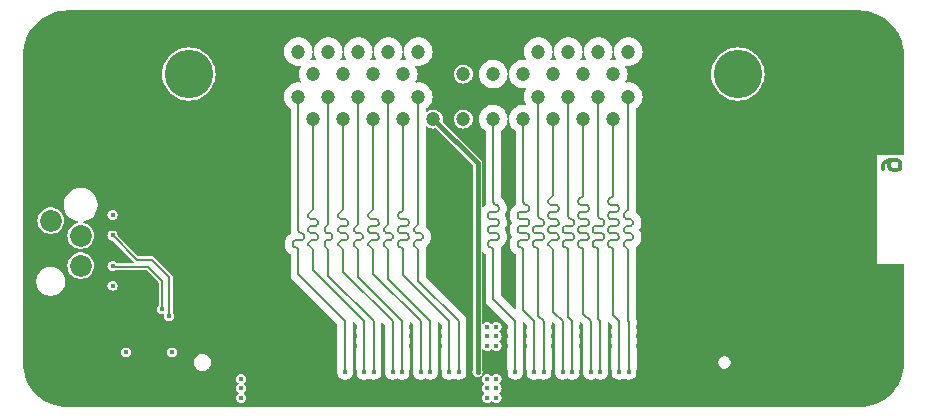
<source format=gbl>
G04 #@! TF.GenerationSoftware,KiCad,Pcbnew,8.0.6*
G04 #@! TF.CreationDate,2024-11-07T02:26:42-08:00*
G04 #@! TF.ProjectId,hvd-50-hd,6876642d-3530-42d6-9864-2e6b69636164,1*
G04 #@! TF.SameCoordinates,Original*
G04 #@! TF.FileFunction,Copper,L6,Bot*
G04 #@! TF.FilePolarity,Positive*
%FSLAX46Y46*%
G04 Gerber Fmt 4.6, Leading zero omitted, Abs format (unit mm)*
G04 Created by KiCad (PCBNEW 8.0.6) date 2024-11-07 02:26:42*
%MOMM*%
%LPD*%
G01*
G04 APERTURE LIST*
%ADD10C,0.300000*%
G04 #@! TA.AperFunction,NonConductor*
%ADD11C,0.300000*%
G04 #@! TD*
G04 #@! TA.AperFunction,ComponentPad*
%ADD12C,6.400000*%
G04 #@! TD*
G04 #@! TA.AperFunction,ComponentPad*
%ADD13C,1.200000*%
G04 #@! TD*
G04 #@! TA.AperFunction,ComponentPad*
%ADD14C,4.100000*%
G04 #@! TD*
G04 #@! TA.AperFunction,ComponentPad*
%ADD15C,1.850000*%
G04 #@! TD*
G04 #@! TA.AperFunction,ViaPad*
%ADD16C,0.450000*%
G04 #@! TD*
G04 #@! TA.AperFunction,Conductor*
%ADD17C,0.200000*%
G04 #@! TD*
G04 #@! TA.AperFunction,Conductor*
%ADD18C,0.127500*%
G04 #@! TD*
G04 #@! TA.AperFunction,Conductor*
%ADD19C,0.400000*%
G04 #@! TD*
G04 APERTURE END LIST*
D10*
D11*
X-1999172Y20414285D02*
X-1999172Y20700000D01*
X-1999172Y20700000D02*
X-1927743Y20842857D01*
X-1927743Y20842857D02*
X-1856315Y20914285D01*
X-1856315Y20914285D02*
X-1642029Y21057143D01*
X-1642029Y21057143D02*
X-1356315Y21128571D01*
X-1356315Y21128571D02*
X-784886Y21128571D01*
X-784886Y21128571D02*
X-642029Y21057143D01*
X-642029Y21057143D02*
X-570600Y20985714D01*
X-570600Y20985714D02*
X-499172Y20842857D01*
X-499172Y20842857D02*
X-499172Y20557143D01*
X-499172Y20557143D02*
X-570600Y20414285D01*
X-570600Y20414285D02*
X-642029Y20342857D01*
X-642029Y20342857D02*
X-784886Y20271428D01*
X-784886Y20271428D02*
X-1142029Y20271428D01*
X-1142029Y20271428D02*
X-1284886Y20342857D01*
X-1284886Y20342857D02*
X-1356315Y20414285D01*
X-1356315Y20414285D02*
X-1427743Y20557143D01*
X-1427743Y20557143D02*
X-1427743Y20842857D01*
X-1427743Y20842857D02*
X-1356315Y20985714D01*
X-1356315Y20985714D02*
X-1284886Y21057143D01*
X-1284886Y21057143D02*
X-1142029Y21128571D01*
D12*
G04 #@! TO.P,H4,1,1*
G04 #@! TO.N,GND*
X-4000000Y4000000D03*
G04 #@! TD*
D13*
G04 #@! TO.P,J5,1,Pin_1*
G04 #@! TO.N,GND*
X-52740001Y24606000D03*
G04 #@! TO.P,J5,2,Pin_2*
G04 #@! TO.N,/CON.DB0+*
X-51470000Y26511001D03*
G04 #@! TO.P,J5,3,Pin_3*
G04 #@! TO.N,/CON.DB1+*
X-50200000Y24606000D03*
G04 #@! TO.P,J5,4,Pin_4*
G04 #@! TO.N,/CON.DB2+*
X-48930001Y26511001D03*
G04 #@! TO.P,J5,5,Pin_5*
G04 #@! TO.N,/CON.DB3+*
X-47659999Y24606000D03*
G04 #@! TO.P,J5,6,Pin_6*
G04 #@! TO.N,/CON.DB4+*
X-46390000Y26510998D03*
G04 #@! TO.P,J5,7,Pin_7*
G04 #@! TO.N,/CON.DB5+*
X-45119999Y24606000D03*
G04 #@! TO.P,J5,8,Pin_8*
G04 #@! TO.N,/CON.DB6+*
X-43850001Y26511001D03*
G04 #@! TO.P,J5,9,Pin_9*
G04 #@! TO.N,/CON.DB7+*
X-42579998Y24606000D03*
G04 #@! TO.P,J5,10,Pin_10*
G04 #@! TO.N,/CON.DP0+*
X-41310001Y26511001D03*
G04 #@! TO.P,J5,11,Pin_11*
G04 #@! TO.N,/CON.DIFFSENSE*
X-40039997Y24606000D03*
G04 #@! TO.P,J5,12,Pin_12*
G04 #@! TO.N,GND*
X-38770000Y26511001D03*
G04 #@! TO.P,J5,13,Pin_13*
G04 #@! TO.N,/CON.TERMPWR*
X-37500000Y24606000D03*
G04 #@! TO.P,J5,14,Pin_14*
G04 #@! TO.N,GND*
X-36229999Y26510998D03*
G04 #@! TO.P,J5,15,Pin_15*
G04 #@! TO.N,/CON.ATN+*
X-34959999Y24606000D03*
G04 #@! TO.P,J5,16,Pin_16*
G04 #@! TO.N,GND*
X-33690000Y26510998D03*
G04 #@! TO.P,J5,17,Pin_17*
G04 #@! TO.N,/CON.BSY+*
X-32419998Y24606000D03*
G04 #@! TO.P,J5,18,Pin_18*
G04 #@! TO.N,/CON.ACK+*
X-31149999Y26511001D03*
G04 #@! TO.P,J5,19,Pin_19*
G04 #@! TO.N,/CON.RST+*
X-29880001Y24606000D03*
G04 #@! TO.P,J5,20,Pin_20*
G04 #@! TO.N,/CON.MSG+*
X-28610000Y26511001D03*
G04 #@! TO.P,J5,21,Pin_21*
G04 #@! TO.N,/CON.SEL+*
X-27340000Y24606000D03*
G04 #@! TO.P,J5,22,Pin_22*
G04 #@! TO.N,/CON.C{slash}D+*
X-26070000Y26511001D03*
G04 #@! TO.P,J5,23,Pin_23*
G04 #@! TO.N,/CON.REQ+*
X-24799999Y24606000D03*
G04 #@! TO.P,J5,24,Pin_24*
G04 #@! TO.N,/CON.I{slash}O+*
X-23530000Y26510998D03*
G04 #@! TO.P,J5,25,Pin_25*
G04 #@! TO.N,GND*
X-22259999Y24606000D03*
G04 #@! TO.P,J5,26,Pin_26*
X-52740002Y28416000D03*
G04 #@! TO.P,J5,27,Pin_27*
G04 #@! TO.N,/CON.DB0-*
X-51470000Y30320999D03*
G04 #@! TO.P,J5,28,Pin_28*
G04 #@! TO.N,/CON.DB1-*
X-50200002Y28415999D03*
G04 #@! TO.P,J5,29,Pin_29*
G04 #@! TO.N,/CON.DB2-*
X-48929998Y30320999D03*
G04 #@! TO.P,J5,30,Pin_30*
G04 #@! TO.N,/CON.DB3-*
X-47660000Y28415999D03*
G04 #@! TO.P,J5,31,Pin_31*
G04 #@! TO.N,/CON.DB4-*
X-46389999Y30320999D03*
G04 #@! TO.P,J5,32,Pin_32*
G04 #@! TO.N,/CON.DB5-*
X-45120000Y28415999D03*
G04 #@! TO.P,J5,33,Pin_33*
G04 #@! TO.N,/CON.DB6-*
X-43849998Y30320999D03*
G04 #@! TO.P,J5,34,Pin_34*
G04 #@! TO.N,/CON.DB7-*
X-42580001Y28415999D03*
G04 #@! TO.P,J5,35,Pin_35*
G04 #@! TO.N,/CON.DP0-*
X-41309999Y30320999D03*
G04 #@! TO.P,J5,36,Pin_36*
G04 #@! TO.N,GND*
X-40040000Y28416000D03*
G04 #@! TO.P,J5,37,Pin_37*
X-38770000Y30320999D03*
G04 #@! TO.P,J5,38,Pin_38*
G04 #@! TO.N,/CON.TERMPWR*
X-37500000Y28415999D03*
G04 #@! TO.P,J5,39,Pin_39*
G04 #@! TO.N,GND*
X-36229999Y30320999D03*
G04 #@! TO.P,J5,40,Pin_40*
G04 #@! TO.N,/CON.ATN-*
X-34960002Y28415999D03*
G04 #@! TO.P,J5,41,Pin_41*
G04 #@! TO.N,GND*
X-33689997Y30320999D03*
G04 #@! TO.P,J5,42,Pin_42*
G04 #@! TO.N,/CON.BSY-*
X-32420000Y28415999D03*
G04 #@! TO.P,J5,43,Pin_43*
G04 #@! TO.N,/CON.ACK-*
X-31149999Y30320999D03*
G04 #@! TO.P,J5,44,Pin_44*
G04 #@! TO.N,/CON.RST-*
X-29880002Y28416000D03*
G04 #@! TO.P,J5,45,Pin_45*
G04 #@! TO.N,/CON.MSG-*
X-28610000Y30320998D03*
G04 #@! TO.P,J5,46,Pin_46*
G04 #@! TO.N,/CON.SEL-*
X-27340002Y28415999D03*
G04 #@! TO.P,J5,47,Pin_47*
G04 #@! TO.N,/CON.C{slash}D-*
X-26069998Y30320999D03*
G04 #@! TO.P,J5,48,Pin_48*
G04 #@! TO.N,/CON.REQ-*
X-24800000Y28415999D03*
G04 #@! TO.P,J5,49,Pin_49*
G04 #@! TO.N,/CON.I{slash}O-*
X-23529999Y30320999D03*
G04 #@! TO.P,J5,50,Pin_50*
G04 #@! TO.N,GND*
X-22260000Y28415999D03*
D14*
G04 #@! TO.P,J5,SHIELD,SHIELD*
G04 #@! TO.N,/SHIELD*
X-14258999Y28415999D03*
X-60741000Y28415999D03*
G04 #@! TD*
D15*
G04 #@! TO.P,J3,1,Pin_1*
G04 #@! TO.N,+3V3*
X-72440000Y16010000D03*
G04 #@! TO.P,J3,2,Pin_2*
G04 #@! TO.N,/PHY.ID_SDA*
X-69900000Y14740000D03*
G04 #@! TO.P,J3,3,Pin_3*
G04 #@! TO.N,GND*
X-72440000Y13470000D03*
G04 #@! TO.P,J3,4,Pin_4*
G04 #@! TO.N,/PHY.ID_SCL*
X-69900000Y12200000D03*
G04 #@! TD*
D12*
G04 #@! TO.P,H3,1,1*
G04 #@! TO.N,GND*
X-71000000Y4000000D03*
G04 #@! TD*
D16*
G04 #@! TO.N,GND*
X-20300000Y5400000D03*
X-22700000Y1800000D03*
X-49100000Y1800000D03*
X-53900000Y1000000D03*
X-29900000Y2600000D03*
X-39500000Y6200000D03*
X-39500000Y1800000D03*
X-44300000Y7000000D03*
X-49100000Y6200000D03*
X-64650000Y4000000D03*
X-46700000Y6200000D03*
X-51500000Y2600000D03*
X-27500000Y2600000D03*
X-39500000Y7000000D03*
X-32300000Y1800000D03*
X-53900000Y5400000D03*
X-20300000Y1800000D03*
X-53900000Y2600000D03*
X-37100000Y5400000D03*
X-29900000Y3200000D03*
X-63600000Y4000000D03*
X-25100000Y7000000D03*
X-39500000Y5400000D03*
X-33900000Y1000000D03*
X-39500000Y3200000D03*
X-41900000Y1000000D03*
X-64100000Y4500000D03*
X-33900000Y2600000D03*
X-49100000Y2600000D03*
X-33900000Y6200000D03*
X-51500000Y5400000D03*
X-44300000Y6200000D03*
X-27500000Y6200000D03*
X-39500000Y1000000D03*
X-25100000Y1800000D03*
X-41900000Y7000000D03*
X-22700000Y3200000D03*
X-53900000Y7000000D03*
X-41900000Y6200000D03*
X-27500000Y5400000D03*
X-54700000Y6200000D03*
X-29900000Y1000000D03*
X-20300000Y1000000D03*
X-53900000Y1800000D03*
X-51500000Y6200000D03*
X-20300000Y2600000D03*
X-22700000Y1000000D03*
X-44300000Y5400000D03*
X-33900000Y1800000D03*
X-32300000Y5400000D03*
X-32300000Y3200000D03*
X-20300000Y6200000D03*
X-37100000Y6200000D03*
X-25100000Y2600000D03*
X-37100000Y7000000D03*
X-39500000Y2600000D03*
X-25100000Y3200000D03*
X-25100000Y6200000D03*
X-33900000Y7000000D03*
X-33900000Y3200000D03*
X-51500000Y7000000D03*
X-54700000Y7000000D03*
X-29900000Y7000000D03*
X-44300000Y1800000D03*
X-22700000Y2600000D03*
X-17900000Y5400000D03*
X-41900000Y2600000D03*
X-17900000Y7000000D03*
X-44300000Y1000000D03*
X-32300000Y7000000D03*
X-51500000Y1800000D03*
X-54700000Y5400000D03*
X-22700000Y6200000D03*
X-57100000Y5400000D03*
X-37100000Y1800000D03*
X-46700000Y1000000D03*
X-25100000Y1000000D03*
X-32300000Y2600000D03*
X-44300000Y2600000D03*
X-46700000Y5400000D03*
X-51500000Y3200000D03*
X-54700000Y1800000D03*
X-22700000Y7000000D03*
X-46700000Y2600000D03*
X-37100000Y1000000D03*
X-37100000Y2600000D03*
X-51500000Y1000000D03*
X-17900000Y1000000D03*
X-20300000Y7000000D03*
X-57100000Y6200000D03*
X-32300000Y1000000D03*
X-33900000Y5400000D03*
X-46700000Y1800000D03*
X-29900000Y5400000D03*
X-27500000Y1800000D03*
X-41900000Y1800000D03*
X-53900000Y6200000D03*
X-41900000Y5400000D03*
X-29900000Y6200000D03*
X-49100000Y5400000D03*
X-54700000Y2600000D03*
X-49100000Y7000000D03*
X-44300000Y3200000D03*
X-49100000Y1000000D03*
X-20300000Y3200000D03*
X-17900000Y3200000D03*
X-37100000Y3200000D03*
X-46700000Y3200000D03*
X-41900000Y3200000D03*
X-46700000Y7000000D03*
X-29900000Y1800000D03*
X-25100000Y5400000D03*
X-64100000Y3500000D03*
X-32300000Y6200000D03*
X-17900000Y6200000D03*
X-49100000Y3200000D03*
X-27500000Y1000000D03*
X-57100000Y7000000D03*
X-22700000Y5400000D03*
X-17900000Y2600000D03*
X-54700000Y1000000D03*
X-27500000Y3200000D03*
X-53900000Y3200000D03*
X-17900000Y1800000D03*
X-27500000Y7000000D03*
X-66050000Y3150000D03*
G04 #@! TO.N,/PHY.ID_SCL*
X-67200000Y12150000D03*
X-63000000Y8500000D03*
G04 #@! TO.N,+3V3*
X-56300000Y1800000D03*
X-67200000Y16500000D03*
X-67200000Y10500000D03*
X-66050000Y4850000D03*
X-56300000Y1000000D03*
X-56300000Y2600000D03*
X-62150000Y4850000D03*
G04 #@! TO.N,/PHY.ID_SDA*
X-67200000Y14750000D03*
X-62400000Y7900000D03*
G04 #@! TO.N,/CON.C{slash}D+*
X-25900000Y3200000D03*
G04 #@! TO.N,/CON.ACK+*
X-30700000Y3200000D03*
G04 #@! TO.N,/CON.TERMPWR*
X-35500000Y5400000D03*
X-34700000Y2600000D03*
X-34700000Y5400000D03*
X-34700000Y6200000D03*
X-35500000Y7000000D03*
X-35500000Y6200000D03*
X-34700000Y7000000D03*
X-35500000Y1800000D03*
X-35500000Y2600000D03*
X-35500000Y1000000D03*
X-34700000Y1000000D03*
X-34700000Y1800000D03*
G04 #@! TO.N,/CON.BSY+*
X-31500000Y3200000D03*
G04 #@! TO.N,/CON.DB5+*
X-41100000Y3200000D03*
G04 #@! TO.N,/CON.DP0+*
X-37900000Y3200000D03*
G04 #@! TO.N,/CON.SEL+*
X-26700000Y3200000D03*
G04 #@! TO.N,/CON.ATN+*
X-33100000Y3200000D03*
G04 #@! TO.N,/CON.DB7+*
X-38700000Y3200000D03*
G04 #@! TO.N,/CON.REQ+*
X-24300000Y3200000D03*
G04 #@! TO.N,/CON.MSG+*
X-28300000Y3200000D03*
G04 #@! TO.N,/CON.DB3+*
X-43500000Y3200000D03*
G04 #@! TO.N,/CON.DIFFSENSE*
X-36300000Y3200000D03*
G04 #@! TO.N,/CON.I{slash}O+*
X-23500000Y3200000D03*
G04 #@! TO.N,/CON.DB4+*
X-42700000Y3200000D03*
G04 #@! TO.N,/CON.RST+*
X-29100000Y3200000D03*
G04 #@! TO.N,/CON.DB6+*
X-40300000Y3200000D03*
G04 #@! TO.N,/CON.DB1+*
X-45900000Y3200000D03*
G04 #@! TO.N,/CON.DB2+*
X-45100000Y3200000D03*
G04 #@! TO.N,/CON.DB0+*
X-47500000Y3200000D03*
G04 #@! TD*
D17*
G04 #@! TO.N,/PHY.ID_SCL*
X-64200000Y12100000D02*
X-67150000Y12100000D01*
X-67150000Y12100000D02*
X-67200000Y12150000D01*
X-63000000Y10900000D02*
X-64200000Y12100000D01*
X-63000000Y8500000D02*
X-63000000Y10900000D01*
G04 #@! TO.N,/PHY.ID_SDA*
X-62400000Y11200000D02*
X-63900000Y12700000D01*
X-65150000Y12700000D02*
X-67200000Y14750000D01*
X-62400000Y7900000D02*
X-62400000Y11200000D01*
X-63900000Y12700000D02*
X-65150000Y12700000D01*
D18*
G04 #@! TO.N,/CON.C{slash}D+*
X-25575322Y14580000D02*
X-25575322Y14700000D01*
X-25815322Y16140000D02*
X-25830000Y16140000D01*
X-26564655Y15180000D02*
X-26564655Y15300000D01*
X-25900000Y3200000D02*
X-25900000Y7500000D01*
X-26564655Y13980000D02*
X-26564655Y14100000D01*
X-26310000Y13740000D02*
X-26324655Y13740000D01*
X-26070000Y14340000D02*
X-25815322Y14340000D01*
X-25575322Y15780000D02*
X-25575322Y15900000D01*
X-25900000Y7500000D02*
X-26070000Y7670000D01*
X-26324655Y14340000D02*
X-26310000Y14340000D01*
X-26324655Y15540000D02*
X-26070000Y15540000D01*
X-26070000Y7670000D02*
X-26070000Y13500000D01*
X-25830000Y15540000D02*
X-25815322Y15540000D01*
X-26070000Y15540000D02*
X-25830000Y15540000D01*
X-26070000Y16380000D02*
X-26070000Y16500000D01*
X-26310000Y14340000D02*
X-26070000Y14340000D01*
X-26070000Y14940000D02*
X-26324655Y14940000D01*
X-26070000Y22500000D02*
X-26070000Y26511001D01*
X-25815322Y14940000D02*
X-26070000Y14940000D01*
X-26070000Y16500000D02*
X-26070000Y22500000D01*
X-25575322Y14700000D02*
G75*
G03*
X-25815322Y14939978I-239978J0D01*
G01*
X-26070000Y13500000D02*
G75*
G03*
X-26310000Y13740000I-240000J0D01*
G01*
X-25815322Y14340000D02*
G75*
G03*
X-25575300Y14580000I22J240000D01*
G01*
X-26564655Y14100000D02*
G75*
G02*
X-26324655Y14339955I239955J0D01*
G01*
X-25815322Y15540000D02*
G75*
G03*
X-25575300Y15780000I22J240000D01*
G01*
X-26564655Y15300000D02*
G75*
G02*
X-26324655Y15539955I239955J0D01*
G01*
X-25575322Y15900000D02*
G75*
G03*
X-25815322Y16139978I-239978J0D01*
G01*
X-26324655Y14940000D02*
G75*
G02*
X-26564700Y15180000I-45J240000D01*
G01*
X-25830000Y16140000D02*
G75*
G02*
X-26070000Y16380000I0J240000D01*
G01*
X-26324655Y13740000D02*
G75*
G02*
X-26564700Y13980000I-45J240000D01*
G01*
G04 #@! TO.N,/CON.ACK+*
X-31390172Y15540000D02*
X-31149999Y15540000D01*
X-31149999Y14940000D02*
X-31390172Y14940000D01*
X-31389999Y13740000D02*
X-31390172Y13740000D01*
X-30700000Y7500000D02*
X-31149999Y7949999D01*
X-31630172Y13980000D02*
X-31630172Y14100000D01*
X-30909999Y15540000D02*
X-30909849Y15540000D01*
X-30909849Y16140000D02*
X-30909999Y16140000D01*
X-31149999Y15540000D02*
X-30909999Y15540000D01*
X-30700000Y3200000D02*
X-30700000Y7500000D01*
X-31149999Y14340000D02*
X-30909826Y14340000D01*
X-31149999Y7949999D02*
X-31149999Y13500000D01*
X-31390172Y14340000D02*
X-31389999Y14340000D01*
X-30669826Y14580000D02*
X-30669826Y14700000D01*
X-31149999Y22500000D02*
X-31149999Y26511001D01*
X-30909826Y14940000D02*
X-31149999Y14940000D01*
X-31149999Y16500000D02*
X-31149999Y22500000D01*
X-31389999Y14340000D02*
X-31149999Y14340000D01*
X-30669849Y15780000D02*
X-30669849Y15900000D01*
X-31149999Y16380000D02*
X-31149999Y16500000D01*
X-31630172Y15180000D02*
X-31630172Y15300000D01*
X-30909999Y16140000D02*
G75*
G02*
X-31150000Y16380000I-1J240000D01*
G01*
X-30909826Y14340000D02*
G75*
G03*
X-30669800Y14580000I26J240000D01*
G01*
X-31390172Y14940000D02*
G75*
G02*
X-31630200Y15180000I-28J240000D01*
G01*
X-31390172Y13740000D02*
G75*
G02*
X-31630200Y13980000I-28J240000D01*
G01*
X-31149999Y13500000D02*
G75*
G03*
X-31389999Y13740001I-240001J0D01*
G01*
X-31630172Y15300000D02*
G75*
G02*
X-31390172Y15539972I239972J0D01*
G01*
X-31630172Y14100000D02*
G75*
G02*
X-31390172Y14339972I239972J0D01*
G01*
X-30909849Y15540000D02*
G75*
G03*
X-30669800Y15780000I49J240000D01*
G01*
X-30669849Y15900000D02*
G75*
G03*
X-30909849Y16139951I-239951J0D01*
G01*
X-30669826Y14700000D02*
G75*
G03*
X-30909826Y14939974I-239974J0D01*
G01*
G04 #@! TO.N,/CON.BSY+*
X-32419998Y14940000D02*
X-32676973Y14940000D01*
X-32659998Y13740000D02*
X-32676973Y13740000D01*
X-32419998Y15540000D02*
X-32163023Y15540000D01*
X-32419998Y14340000D02*
X-32163023Y14340000D01*
X-31500000Y7500000D02*
X-32419998Y8419998D01*
X-32419998Y22500000D02*
X-32419998Y24606000D01*
X-31500000Y3200000D02*
X-31500000Y7500000D01*
X-32419998Y17700000D02*
X-32419998Y22500000D01*
X-32419998Y8419998D02*
X-32419998Y13500000D01*
X-32676973Y16740000D02*
X-32419998Y16740000D01*
X-32676973Y15540000D02*
X-32419998Y15540000D01*
X-32676973Y14340000D02*
X-32659998Y14340000D01*
X-32163023Y17340000D02*
X-32179998Y17340000D01*
X-32419998Y16740000D02*
X-32179998Y16740000D01*
X-32916973Y15180000D02*
X-32916973Y15300000D01*
X-31923023Y14580000D02*
X-31923023Y14700000D01*
X-31923023Y15780000D02*
X-31923023Y15900000D01*
X-32419998Y17580000D02*
X-32419998Y17700000D01*
X-32163023Y16140000D02*
X-32419998Y16140000D01*
X-32419998Y16140000D02*
X-32676973Y16140000D01*
X-32916973Y13980000D02*
X-32916973Y14100000D01*
X-32179998Y16740000D02*
X-32163023Y16740000D01*
X-31923023Y16980000D02*
X-31923023Y17100000D01*
X-32916973Y16380000D02*
X-32916973Y16500000D01*
X-32659998Y14340000D02*
X-32419998Y14340000D01*
X-32163023Y14940000D02*
X-32419998Y14940000D01*
X-32916973Y14100000D02*
G75*
G02*
X-32676973Y14339973I239973J0D01*
G01*
X-32419998Y13500000D02*
G75*
G03*
X-32659998Y13740002I-240002J0D01*
G01*
X-32676973Y14940000D02*
G75*
G02*
X-32917000Y15180000I-27J240000D01*
G01*
X-32163023Y14340000D02*
G75*
G03*
X-31923000Y14580000I23J240000D01*
G01*
X-31923023Y17100000D02*
G75*
G03*
X-32163023Y17339977I-239977J0D01*
G01*
X-32676973Y13740000D02*
G75*
G02*
X-32917000Y13980000I-27J240000D01*
G01*
X-32916973Y16500000D02*
G75*
G02*
X-32676973Y16739973I239973J0D01*
G01*
X-32916973Y15300000D02*
G75*
G02*
X-32676973Y15539973I239973J0D01*
G01*
X-32163023Y16740000D02*
G75*
G03*
X-31923000Y16980000I23J240000D01*
G01*
X-32163023Y15540000D02*
G75*
G03*
X-31923000Y15780000I23J240000D01*
G01*
X-32179998Y17340000D02*
G75*
G02*
X-32420000Y17580000I-2J240000D01*
G01*
X-31923023Y14700000D02*
G75*
G03*
X-32163023Y14939977I-239977J0D01*
G01*
X-32676973Y16140000D02*
G75*
G02*
X-32917000Y16380000I-27J240000D01*
G01*
X-31923023Y15900000D02*
G75*
G03*
X-32163023Y16139977I-239977J0D01*
G01*
G04 #@! TO.N,/CON.DB5+*
X-45119999Y17100000D02*
X-45119999Y22500000D01*
X-45119999Y14940000D02*
X-45339226Y14940000D01*
X-45119999Y16955941D02*
X-45119999Y17100000D01*
X-44900783Y16140000D02*
X-45119999Y16140000D01*
X-45119999Y15540000D02*
X-44900783Y15540000D01*
X-41100000Y3200000D02*
X-41100000Y7500000D01*
X-45558452Y15159226D02*
X-45558452Y15320774D01*
X-45119999Y14340000D02*
X-44900772Y14340000D01*
X-45119999Y22500000D02*
X-45119999Y24606000D01*
X-45551881Y16355941D02*
X-45551881Y16524059D01*
X-41100000Y7500000D02*
X-45119999Y11519999D01*
X-45339226Y15540000D02*
X-45119999Y15540000D01*
X-45551881Y13931882D02*
X-45551881Y14124059D01*
X-45119999Y11519999D02*
X-45119999Y13500000D01*
X-45119999Y16140000D02*
X-45335940Y16140000D01*
X-45335940Y14340000D02*
X-45119999Y14340000D01*
X-44681568Y15759215D02*
X-44681568Y15920785D01*
X-44900772Y14940000D02*
X-45119999Y14940000D01*
X-44681546Y14559226D02*
X-44681546Y14720774D01*
X-45551881Y14124059D02*
G75*
G02*
X-45335940Y14340081I215981J41D01*
G01*
X-45119999Y13500000D02*
G75*
G03*
X-45335940Y13715901I-215901J0D01*
G01*
X-45335940Y13715941D02*
G75*
G02*
X-45551859Y13931882I40J215959D01*
G01*
X-44681568Y15920785D02*
G75*
G03*
X-44900783Y16140032I-219232J15D01*
G01*
X-44900772Y14340000D02*
G75*
G03*
X-44681600Y14559226I-28J219200D01*
G01*
X-45558452Y15320774D02*
G75*
G02*
X-45339226Y15540052I219252J26D01*
G01*
X-44900783Y15540000D02*
G75*
G03*
X-44681600Y15759215I-17J219200D01*
G01*
X-45335940Y16140000D02*
G75*
G02*
X-45551800Y16355941I40J215900D01*
G01*
X-45339226Y14940000D02*
G75*
G02*
X-45558400Y15159226I26J219200D01*
G01*
X-45551881Y16524059D02*
G75*
G02*
X-45335940Y16740081I215981J41D01*
G01*
X-44681546Y14720774D02*
G75*
G03*
X-44900772Y14940054I-219254J26D01*
G01*
X-45335940Y16740000D02*
G75*
G03*
X-45120000Y16955941I40J215900D01*
G01*
G04 #@! TO.N,/CON.DP0+*
X-40929888Y14530056D02*
X-40929888Y14749944D01*
X-41310001Y15900000D02*
X-41310001Y22500000D01*
X-41310001Y14940000D02*
X-41492168Y14940000D01*
X-41119944Y14940000D02*
X-41310001Y14940000D01*
X-41674335Y15122167D02*
X-41674335Y15357833D01*
X-41674313Y13864312D02*
X-41674313Y14157844D01*
X-41492157Y14340000D02*
X-41310001Y14340000D01*
X-41310001Y14340000D02*
X-41119944Y14340000D01*
X-41310001Y10910001D02*
X-41310001Y13500000D01*
X-37900000Y3200000D02*
X-37900000Y7500000D01*
X-37900000Y7500000D02*
X-41310001Y10910001D01*
X-41310001Y15722167D02*
X-41310001Y15900000D01*
X-41310001Y22500000D02*
X-41310001Y26511001D01*
X-41674335Y15357833D02*
G75*
G02*
X-41492168Y15539935I182135J-33D01*
G01*
X-41492168Y15540000D02*
G75*
G03*
X-41310000Y15722167I-32J182200D01*
G01*
X-41119944Y14340000D02*
G75*
G03*
X-40929800Y14530056I44J190100D01*
G01*
X-41674313Y14157844D02*
G75*
G02*
X-41492157Y14339913I182113J-44D01*
G01*
X-41310001Y13500000D02*
G75*
G03*
X-41492157Y13682199I-182199J0D01*
G01*
X-41492168Y14940000D02*
G75*
G02*
X-41674400Y15122167I-32J182200D01*
G01*
X-40929888Y14749944D02*
G75*
G03*
X-41119944Y14939912I-190012J-44D01*
G01*
X-41492157Y13682156D02*
G75*
G02*
X-41674344Y13864312I-43J182144D01*
G01*
G04 #@! TO.N,/CON.SEL+*
X-27340000Y16740000D02*
X-27119739Y16740000D01*
X-27560248Y16740000D02*
X-27340000Y16740000D01*
X-27780496Y15160248D02*
X-27780496Y15319752D01*
X-26899478Y16960261D02*
X-26899478Y17119739D01*
X-27340000Y14340000D02*
X-27119753Y14340000D01*
X-26700000Y7500000D02*
X-27340000Y8140000D01*
X-27557126Y14340000D02*
X-27340000Y14340000D01*
X-27340000Y16140000D02*
X-27560248Y16140000D01*
X-27780496Y16360248D02*
X-27780496Y16519752D01*
X-27340000Y14940000D02*
X-27560248Y14940000D01*
X-27340000Y18300000D02*
X-27340000Y22500000D01*
X-27340000Y8140000D02*
X-27340000Y13500000D01*
X-27340000Y18157124D02*
X-27340000Y18300000D01*
X-27340000Y22500000D02*
X-27340000Y24606000D01*
X-27560248Y15540000D02*
X-27340000Y15540000D01*
X-26899478Y15760261D02*
X-26899478Y15919739D01*
X-27119753Y14940000D02*
X-27340000Y14940000D01*
X-27119739Y17340000D02*
X-27340000Y17340000D01*
X-27774248Y17557124D02*
X-27774248Y17722876D01*
X-27774252Y13934252D02*
X-27774252Y14122874D01*
X-26899507Y14560246D02*
X-26899507Y14719754D01*
X-27119739Y16140000D02*
X-27340000Y16140000D01*
X-26700000Y3200000D02*
X-26700000Y7500000D01*
X-27340000Y17340000D02*
X-27557124Y17340000D01*
X-27340000Y15540000D02*
X-27119739Y15540000D01*
X-26899507Y14719754D02*
G75*
G03*
X-27119753Y14940093I-220293J46D01*
G01*
X-27557124Y17940000D02*
G75*
G03*
X-27340000Y18157124I24J217100D01*
G01*
X-27119739Y16740000D02*
G75*
G03*
X-26899400Y16960261I39J220300D01*
G01*
X-27560248Y16140000D02*
G75*
G02*
X-27780400Y16360248I48J220200D01*
G01*
X-26899478Y17119739D02*
G75*
G03*
X-27119739Y17339922I-220222J-39D01*
G01*
X-27557124Y17340000D02*
G75*
G02*
X-27774200Y17557124I24J217100D01*
G01*
X-27780496Y16519752D02*
G75*
G02*
X-27560248Y16740096I220296J48D01*
G01*
X-27774248Y17722876D02*
G75*
G02*
X-27557124Y17940048I217148J24D01*
G01*
X-27774252Y14122874D02*
G75*
G02*
X-27557126Y14340052I217152J26D01*
G01*
X-26899478Y15919739D02*
G75*
G03*
X-27119739Y16139922I-220222J-39D01*
G01*
X-27340000Y13500000D02*
G75*
G03*
X-27557126Y13717100I-217100J0D01*
G01*
X-27119739Y15540000D02*
G75*
G03*
X-26899400Y15760261I39J220300D01*
G01*
X-27560248Y14940000D02*
G75*
G02*
X-27780400Y15160248I48J220200D01*
G01*
X-27780496Y15319752D02*
G75*
G02*
X-27560248Y15540096I220296J48D01*
G01*
X-27557126Y13717126D02*
G75*
G02*
X-27774274Y13934252I26J217174D01*
G01*
X-27119753Y14340000D02*
G75*
G03*
X-26899600Y14560246I-47J220200D01*
G01*
G04 #@! TO.N,/CON.ATN+*
X-35420324Y16370162D02*
X-35420324Y16509838D01*
X-34959999Y17568593D02*
X-34959999Y17700000D01*
X-34499697Y14570151D02*
X-34499697Y14709849D01*
X-34499697Y15770151D02*
X-34499697Y15909849D01*
X-34959999Y22500000D02*
X-34959999Y24606000D01*
X-34959999Y16740000D02*
X-34731406Y16740000D01*
X-34729848Y16140000D02*
X-34959999Y16140000D01*
X-35188581Y14340000D02*
X-34959999Y14340000D01*
X-33100000Y3200000D02*
X-33100000Y7500000D01*
X-34959999Y14340000D02*
X-34729848Y14340000D01*
X-33100000Y7500000D02*
X-34959999Y9359999D01*
X-35190156Y15540000D02*
X-34959999Y15540000D01*
X-34729848Y14940000D02*
X-34959999Y14940000D01*
X-34959999Y14940000D02*
X-35190156Y14940000D01*
X-34959999Y9359999D02*
X-34959999Y13500000D01*
X-34959999Y16140000D02*
X-35190162Y16140000D01*
X-35190162Y16740000D02*
X-34959999Y16740000D01*
X-34959999Y15540000D02*
X-34729848Y15540000D01*
X-35420312Y15170156D02*
X-35420312Y15309844D01*
X-34959999Y17700000D02*
X-34959999Y22500000D01*
X-35417163Y13957164D02*
X-35417163Y14111418D01*
X-34502813Y16968593D02*
X-34502813Y17111407D01*
X-34729848Y14340000D02*
G75*
G03*
X-34499600Y14570151I48J230200D01*
G01*
X-35190162Y16140000D02*
G75*
G02*
X-35420400Y16370162I-38J230200D01*
G01*
X-34499697Y14709849D02*
G75*
G03*
X-34729848Y14939903I-230103J-49D01*
G01*
X-34959999Y13500000D02*
G75*
G03*
X-35188581Y13728601I-228601J0D01*
G01*
X-34731406Y16740000D02*
G75*
G03*
X-34502800Y16968593I6J228600D01*
G01*
X-34729848Y15540000D02*
G75*
G03*
X-34499600Y15770151I48J230200D01*
G01*
X-35420324Y16509838D02*
G75*
G02*
X-35190162Y16739924I230124J-38D01*
G01*
X-35417163Y14111418D02*
G75*
G02*
X-35188581Y14339963I228563J-18D01*
G01*
X-34731406Y17340000D02*
G75*
G02*
X-34960000Y17568593I6J228600D01*
G01*
X-34499697Y15909849D02*
G75*
G03*
X-34729848Y16139903I-230103J-49D01*
G01*
X-35188581Y13728582D02*
G75*
G02*
X-35417218Y13957164I-19J228618D01*
G01*
X-35190156Y14940000D02*
G75*
G02*
X-35420400Y15170156I-44J230200D01*
G01*
X-34502813Y17111407D02*
G75*
G03*
X-34731406Y17339987I-228587J-7D01*
G01*
X-35420312Y15309844D02*
G75*
G02*
X-35190156Y15539912I230112J-44D01*
G01*
G04 #@! TO.N,/CON.DB7+*
X-42800213Y14340000D02*
X-42579998Y14340000D01*
X-42579998Y16140000D02*
X-42800202Y16140000D01*
X-42134156Y15762921D02*
X-42134156Y15917079D01*
X-43025840Y15162921D02*
X-43025840Y15317079D01*
X-42579998Y11379998D02*
X-42579998Y13500000D01*
X-42579998Y17100000D02*
X-42579998Y22500000D01*
X-42579998Y14940000D02*
X-42802919Y14940000D01*
X-42579998Y16960204D02*
X-42579998Y17100000D01*
X-43020406Y16360204D02*
X-43020406Y16519796D01*
X-43020428Y13940430D02*
X-43020428Y14119785D01*
X-42134156Y14562921D02*
X-42134156Y14717079D01*
X-42357077Y14940000D02*
X-42579998Y14940000D01*
X-42579998Y15540000D02*
X-42357077Y15540000D01*
X-42357077Y16140000D02*
X-42579998Y16140000D01*
X-42802919Y15540000D02*
X-42579998Y15540000D01*
X-38700000Y7500000D02*
X-42579998Y11379998D01*
X-42579998Y14340000D02*
X-42357077Y14340000D01*
X-38700000Y3200000D02*
X-38700000Y7500000D01*
X-42579998Y22500000D02*
X-42579998Y24606000D01*
X-42800202Y16740000D02*
G75*
G03*
X-42580000Y16960204I2J220200D01*
G01*
X-42134156Y14717079D02*
G75*
G03*
X-42357077Y14940044I-222944J21D01*
G01*
X-42800213Y13720215D02*
G75*
G02*
X-43020385Y13940430I13J220185D01*
G01*
X-42134156Y15917079D02*
G75*
G03*
X-42357077Y16140044I-222944J21D01*
G01*
X-42800202Y16140000D02*
G75*
G02*
X-43020400Y16360204I2J220200D01*
G01*
X-43020406Y16519796D02*
G75*
G02*
X-42800202Y16740006I220206J4D01*
G01*
X-42802919Y14940000D02*
G75*
G02*
X-43025800Y15162921I19J222900D01*
G01*
X-42579998Y13500000D02*
G75*
G03*
X-42800213Y13720202I-220202J0D01*
G01*
X-42357077Y15540000D02*
G75*
G03*
X-42134200Y15762921I-23J222900D01*
G01*
X-43025840Y15317079D02*
G75*
G02*
X-42802919Y15540040I222940J21D01*
G01*
X-42357077Y14340000D02*
G75*
G03*
X-42134200Y14562921I-23J222900D01*
G01*
X-43020428Y14119785D02*
G75*
G02*
X-42800213Y14340028I220228J15D01*
G01*
G04 #@! TO.N,/CON.REQ+*
X-24354225Y14562887D02*
X-24354225Y14717113D01*
X-24577112Y16140000D02*
X-24799999Y16140000D01*
X-25240361Y13940362D02*
X-25240361Y14119819D01*
X-24799999Y16140000D02*
X-25022898Y16140000D01*
X-24577112Y17340000D02*
X-24799999Y17340000D01*
X-25020180Y14340000D02*
X-24799999Y14340000D01*
X-24799999Y14340000D02*
X-24577112Y14340000D01*
X-24799999Y17340000D02*
X-25020180Y17340000D01*
X-24799999Y22500000D02*
X-24799999Y24606000D01*
X-24354225Y15762887D02*
X-24354225Y15917113D01*
X-24799999Y15540000D02*
X-24577112Y15540000D01*
X-24799999Y14940000D02*
X-25022886Y14940000D01*
X-24799999Y18300000D02*
X-24799999Y22500000D01*
X-24300000Y7500000D02*
X-24799999Y7999999D01*
X-24799999Y7999999D02*
X-24799999Y13500000D01*
X-24300000Y3200000D02*
X-24300000Y7500000D01*
X-24799999Y16740000D02*
X-24577112Y16740000D01*
X-25022898Y16740000D02*
X-24799999Y16740000D01*
X-24799999Y18160181D02*
X-24799999Y18300000D01*
X-25245796Y16362898D02*
X-25245796Y16517102D01*
X-24577112Y14940000D02*
X-24799999Y14940000D01*
X-25240361Y17560181D02*
X-25240361Y17719819D01*
X-25022886Y15540000D02*
X-24799999Y15540000D01*
X-25245773Y15162887D02*
X-25245773Y15317113D01*
X-24354225Y16962887D02*
X-24354225Y17117113D01*
X-25022898Y16140000D02*
G75*
G02*
X-25245800Y16362898I-2J222900D01*
G01*
X-25245796Y16517102D02*
G75*
G02*
X-25022898Y16739996I222896J-2D01*
G01*
X-24354225Y14717113D02*
G75*
G03*
X-24577112Y14939975I-222875J-13D01*
G01*
X-24577112Y16740000D02*
G75*
G03*
X-24354200Y16962887I12J222900D01*
G01*
X-25240361Y14119819D02*
G75*
G02*
X-25020180Y14339961I220161J-19D01*
G01*
X-25020180Y13720181D02*
G75*
G02*
X-25240419Y13940362I-20J220219D01*
G01*
X-24799999Y13500000D02*
G75*
G03*
X-25020180Y13720201I-220201J0D01*
G01*
X-24354225Y17117113D02*
G75*
G03*
X-24577112Y17339975I-222875J-13D01*
G01*
X-25022886Y14940000D02*
G75*
G02*
X-25245800Y15162887I-14J222900D01*
G01*
X-25020180Y17340000D02*
G75*
G02*
X-25240400Y17560181I-20J220200D01*
G01*
X-24577112Y15540000D02*
G75*
G03*
X-24354200Y15762887I12J222900D01*
G01*
X-25020180Y17940000D02*
G75*
G03*
X-24800000Y18160181I-20J220200D01*
G01*
X-25240361Y17719819D02*
G75*
G02*
X-25020180Y17939961I220161J-19D01*
G01*
X-25245773Y15317113D02*
G75*
G02*
X-25022886Y15539973I222873J-13D01*
G01*
X-24577112Y14340000D02*
G75*
G03*
X-24354200Y14562887I12J222900D01*
G01*
X-24354225Y15917113D02*
G75*
G03*
X-24577112Y16139975I-222875J-13D01*
G01*
G04 #@! TO.N,/CON.MSG+*
X-29097426Y13980000D02*
X-29097426Y14100000D01*
X-28610000Y16380000D02*
X-28610000Y16500000D01*
X-28610000Y7810000D02*
X-28610000Y13500000D01*
X-28857426Y14340000D02*
X-28850000Y14340000D01*
X-28610000Y16500000D02*
X-28610000Y22500000D01*
X-28850000Y14340000D02*
X-28610000Y14340000D01*
X-28300000Y3200000D02*
X-28300000Y7500000D01*
X-28610000Y22500000D02*
X-28610000Y26511001D01*
X-28122574Y14580000D02*
X-28122574Y14700000D01*
X-28610000Y14340000D02*
X-28362574Y14340000D01*
X-28122563Y15780000D02*
X-28122563Y15900000D01*
X-28300000Y7500000D02*
X-28610000Y7810000D01*
X-28610000Y14940000D02*
X-28857426Y14940000D01*
X-28857426Y15540000D02*
X-28610000Y15540000D01*
X-28362574Y14940000D02*
X-28610000Y14940000D01*
X-28850000Y13740000D02*
X-28857426Y13740000D01*
X-28610000Y15540000D02*
X-28370000Y15540000D01*
X-28370000Y15540000D02*
X-28362563Y15540000D01*
X-29097426Y15180000D02*
X-29097426Y15300000D01*
X-28362563Y16140000D02*
X-28370000Y16140000D01*
X-28122563Y15900000D02*
G75*
G03*
X-28362563Y16140037I-240037J0D01*
G01*
X-28362574Y14340000D02*
G75*
G03*
X-28122600Y14580000I-26J240000D01*
G01*
X-28857426Y14940000D02*
G75*
G02*
X-29097400Y15180000I26J240000D01*
G01*
X-28857426Y13740000D02*
G75*
G02*
X-29097400Y13980000I26J240000D01*
G01*
X-29097426Y15300000D02*
G75*
G02*
X-28857426Y15540026I240026J0D01*
G01*
X-28370000Y16140000D02*
G75*
G02*
X-28610000Y16380000I0J240000D01*
G01*
X-28362563Y15540000D02*
G75*
G03*
X-28122600Y15780000I-37J240000D01*
G01*
X-28122574Y14700000D02*
G75*
G03*
X-28362574Y14940026I-240026J0D01*
G01*
X-29097426Y14100000D02*
G75*
G02*
X-28857426Y14340026I240026J0D01*
G01*
X-28610000Y13500000D02*
G75*
G03*
X-28850000Y13740000I-240000J0D01*
G01*
G04 #@! TO.N,/CON.DB3+*
X-48091064Y15155532D02*
X-48091064Y15324468D01*
X-47659999Y15540000D02*
X-47444466Y15540000D01*
X-43500000Y3200000D02*
X-43500000Y7500000D01*
X-48083333Y13923334D02*
X-48083333Y14128333D01*
X-48083333Y16351667D02*
X-48083333Y16528333D01*
X-47659999Y22500000D02*
X-47659999Y24606000D01*
X-47444466Y14940000D02*
X-47659999Y14940000D01*
X-47659999Y14340000D02*
X-47444466Y14340000D01*
X-47875532Y15540000D02*
X-47659999Y15540000D01*
X-47659999Y16951667D02*
X-47659999Y17100000D01*
X-47228934Y15755532D02*
X-47228934Y15924468D01*
X-47659999Y11659999D02*
X-47659999Y13500000D01*
X-47659999Y17100000D02*
X-47659999Y22500000D01*
X-47659999Y16140000D02*
X-47871666Y16140000D01*
X-43500000Y7500000D02*
X-47659999Y11659999D01*
X-47659999Y14940000D02*
X-47875532Y14940000D01*
X-47444466Y16140000D02*
X-47659999Y16140000D01*
X-47871666Y14340000D02*
X-47659999Y14340000D01*
X-47228934Y14555532D02*
X-47228934Y14724468D01*
X-47444466Y14340000D02*
G75*
G03*
X-47229000Y14555532I-34J215500D01*
G01*
X-48091064Y15324468D02*
G75*
G02*
X-47875532Y15540064I215564J32D01*
G01*
X-47871666Y16740000D02*
G75*
G03*
X-47660000Y16951667I-34J211700D01*
G01*
X-48083333Y14128333D02*
G75*
G02*
X-47871666Y14339933I211633J-33D01*
G01*
X-47875532Y14940000D02*
G75*
G02*
X-48091000Y15155532I32J215500D01*
G01*
X-47871666Y13711667D02*
G75*
G02*
X-48083333Y13923334I-34J211633D01*
G01*
X-47659999Y13500000D02*
G75*
G03*
X-47871666Y13711701I-211701J0D01*
G01*
X-47444466Y15540000D02*
G75*
G03*
X-47229000Y15755532I-34J215500D01*
G01*
X-47871666Y16140000D02*
G75*
G02*
X-48083400Y16351667I-34J211700D01*
G01*
X-48083333Y16528333D02*
G75*
G02*
X-47871666Y16739933I211633J-33D01*
G01*
X-47228934Y15924468D02*
G75*
G03*
X-47444466Y16140066I-215566J32D01*
G01*
X-47228934Y14724468D02*
G75*
G03*
X-47444466Y14940066I-215566J32D01*
G01*
D19*
G04 #@! TO.N,/CON.DIFFSENSE*
X-36300000Y20866003D02*
X-40039997Y24606000D01*
X-36300000Y3200000D02*
X-36300000Y20866003D01*
D18*
G04 #@! TO.N,/CON.I{slash}O+*
X-23924642Y16337321D02*
X-23924642Y16542679D01*
X-23500000Y7500000D02*
X-23530000Y7530000D01*
X-23530000Y16937321D02*
X-23530000Y17100000D01*
X-23530000Y15540000D02*
X-23326835Y15540000D01*
X-23530000Y7530000D02*
X-23530000Y13500000D01*
X-23733165Y15540000D02*
X-23530000Y15540000D01*
X-23530000Y14940000D02*
X-23733165Y14940000D01*
X-23530000Y16140000D02*
X-23727321Y16140000D01*
X-23530000Y22500000D02*
X-23530000Y26510998D01*
X-23326835Y14940000D02*
X-23530000Y14940000D01*
X-23123671Y15743164D02*
X-23123671Y15936836D01*
X-23936329Y15143164D02*
X-23936329Y15336836D01*
X-23924664Y13894664D02*
X-23924664Y14142668D01*
X-23530000Y17100000D02*
X-23530000Y22500000D01*
X-23123671Y14543164D02*
X-23123671Y14736836D01*
X-23326835Y16140000D02*
X-23530000Y16140000D01*
X-23727332Y14340000D02*
X-23530000Y14340000D01*
X-23500000Y3200000D02*
X-23500000Y7500000D01*
X-23530000Y14340000D02*
X-23326835Y14340000D01*
X-23924642Y16542679D02*
G75*
G02*
X-23727321Y16740042I197342J21D01*
G01*
X-23936329Y15336836D02*
G75*
G02*
X-23733165Y15539929I203129J-36D01*
G01*
X-23326835Y14340000D02*
G75*
G03*
X-23123600Y14543164I35J203200D01*
G01*
X-23326835Y15540000D02*
G75*
G03*
X-23123600Y15743164I35J203200D01*
G01*
X-23530000Y13500000D02*
G75*
G03*
X-23727332Y13697300I-197300J0D01*
G01*
X-23727321Y16740000D02*
G75*
G03*
X-23530000Y16937321I21J197300D01*
G01*
X-23924664Y14142668D02*
G75*
G02*
X-23727332Y14340064I197364J32D01*
G01*
X-23727321Y16140000D02*
G75*
G02*
X-23924600Y16337321I21J197300D01*
G01*
X-23733165Y14940000D02*
G75*
G02*
X-23936400Y15143164I-35J203200D01*
G01*
X-23123671Y15936836D02*
G75*
G03*
X-23326835Y16139929I-203129J-36D01*
G01*
X-23123671Y14736836D02*
G75*
G03*
X-23326835Y14939929I-203129J-36D01*
G01*
X-23727332Y13697332D02*
G75*
G02*
X-23924668Y13894664I32J197368D01*
G01*
G04 #@! TO.N,/CON.DB4+*
X-42700000Y7500000D02*
X-46390000Y11190000D01*
X-46390000Y11190000D02*
X-46390000Y13500000D01*
X-46725802Y13835802D02*
X-46725802Y14172099D01*
X-46557901Y14340000D02*
X-46390000Y14340000D01*
X-46212243Y14940000D02*
X-46390000Y14940000D01*
X-42700000Y3200000D02*
X-42700000Y7500000D01*
X-46390000Y22500000D02*
X-46390000Y26510998D01*
X-46390000Y15900000D02*
X-46390000Y22500000D01*
X-46390000Y15707901D02*
X-46390000Y15900000D01*
X-46725802Y15107901D02*
X-46725802Y15372099D01*
X-46390000Y14940000D02*
X-46557901Y14940000D01*
X-46390000Y14340000D02*
X-46212243Y14340000D01*
X-46034487Y14517756D02*
X-46034487Y14762244D01*
X-46212243Y14340000D02*
G75*
G03*
X-46034400Y14517756I43J177800D01*
G01*
X-46725802Y15372099D02*
G75*
G02*
X-46557901Y15540002I167902J1D01*
G01*
X-46557901Y14940000D02*
G75*
G02*
X-46725800Y15107901I1J167900D01*
G01*
X-46557901Y15540000D02*
G75*
G03*
X-46390000Y15707901I1J167900D01*
G01*
X-46557901Y13667901D02*
G75*
G02*
X-46725799Y13835802I1J167899D01*
G01*
X-46390000Y13500000D02*
G75*
G03*
X-46557901Y13667900I-167900J0D01*
G01*
X-46034487Y14762244D02*
G75*
G03*
X-46212243Y14939913I-177713J-44D01*
G01*
X-46725802Y14172099D02*
G75*
G02*
X-46557901Y14340002I167902J1D01*
G01*
G04 #@! TO.N,/CON.RST+*
X-29880001Y18154088D02*
X-29880001Y18300000D01*
X-29880001Y16140000D02*
X-30097614Y16140000D01*
X-30315226Y15157612D02*
X-30315226Y15322388D01*
X-30308151Y13928150D02*
X-30308151Y14125925D01*
X-30097614Y16740000D02*
X-29880001Y16740000D01*
X-29444776Y16957612D02*
X-29444776Y17122388D01*
X-29662388Y17340000D02*
X-29880001Y17340000D01*
X-29100000Y7500000D02*
X-29880001Y8280001D01*
X-29880001Y14940000D02*
X-30097614Y14940000D01*
X-30094076Y14340000D02*
X-29880001Y14340000D01*
X-29100000Y3200000D02*
X-29100000Y7500000D01*
X-30308177Y17554088D02*
X-30308177Y17725912D01*
X-29662377Y16140000D02*
X-29880001Y16140000D01*
X-29880001Y16740000D02*
X-29662388Y16740000D01*
X-30315226Y16357612D02*
X-30315226Y16522388D01*
X-29880001Y18300000D02*
X-29880001Y22500000D01*
X-29880001Y14340000D02*
X-29662377Y14340000D01*
X-29444753Y15757624D02*
X-29444753Y15922376D01*
X-30097614Y15540000D02*
X-29880001Y15540000D01*
X-29880001Y22500000D02*
X-29880001Y24606000D01*
X-29880001Y17340000D02*
X-30094089Y17340000D01*
X-29880001Y15540000D02*
X-29662377Y15540000D01*
X-29880001Y8280001D02*
X-29880001Y13500000D01*
X-29444753Y14557624D02*
X-29444753Y14722376D01*
X-29662377Y14940000D02*
X-29880001Y14940000D01*
X-30097614Y16140000D02*
G75*
G02*
X-30315200Y16357612I14J217600D01*
G01*
X-30315226Y15322388D02*
G75*
G02*
X-30097614Y15540026I217626J12D01*
G01*
X-29880001Y13500000D02*
G75*
G03*
X-30094076Y13714099I-214099J0D01*
G01*
X-30094089Y17940000D02*
G75*
G03*
X-29880000Y18154088I-11J214100D01*
G01*
X-30315226Y16522388D02*
G75*
G02*
X-30097614Y16740026I217626J12D01*
G01*
X-29662377Y14340000D02*
G75*
G03*
X-29444800Y14557624I-23J217600D01*
G01*
X-29444776Y17122388D02*
G75*
G03*
X-29662388Y17340024I-217624J12D01*
G01*
X-29444753Y14722376D02*
G75*
G03*
X-29662377Y14940047I-217647J24D01*
G01*
X-30308151Y14125925D02*
G75*
G02*
X-30094076Y14339951I214051J-25D01*
G01*
X-30094076Y13714075D02*
G75*
G02*
X-30308125Y13928150I-24J214025D01*
G01*
X-29662388Y16740000D02*
G75*
G03*
X-29444800Y16957612I-12J217600D01*
G01*
X-29662377Y15540000D02*
G75*
G03*
X-29444800Y15757624I-23J217600D01*
G01*
X-30308177Y17725912D02*
G75*
G02*
X-30094089Y17939977I214077J-12D01*
G01*
X-30097614Y14940000D02*
G75*
G02*
X-30315200Y15157612I14J217600D01*
G01*
X-30094089Y17340000D02*
G75*
G02*
X-30308200Y17554088I-11J214100D01*
G01*
X-29444753Y15922376D02*
G75*
G03*
X-29662377Y16140047I-217647J24D01*
G01*
G04 #@! TO.N,/CON.DB6+*
X-43850001Y11050001D02*
X-43850001Y13500000D01*
X-43850001Y22500000D02*
X-43850001Y26511001D01*
X-44200051Y13850050D02*
X-44200051Y14164975D01*
X-43850001Y14940000D02*
X-44025018Y14940000D01*
X-44200035Y15115017D02*
X-44200035Y15364983D01*
X-43482188Y14523906D02*
X-43482188Y14756094D01*
X-43850001Y14340000D02*
X-43666094Y14340000D01*
X-43850001Y15900000D02*
X-43850001Y22500000D01*
X-43850001Y15715017D02*
X-43850001Y15900000D01*
X-40300000Y3200000D02*
X-40300000Y7500000D01*
X-43666094Y14940000D02*
X-43850001Y14940000D01*
X-40300000Y7500000D02*
X-43850001Y11050001D01*
X-44025026Y14340000D02*
X-43850001Y14340000D01*
X-44025026Y13675025D02*
G75*
G02*
X-44200075Y13850050I26J175075D01*
G01*
X-44025018Y15540000D02*
G75*
G03*
X-43850000Y15715017I18J175000D01*
G01*
X-44025018Y14940000D02*
G75*
G02*
X-44200000Y15115017I18J175000D01*
G01*
X-44200035Y15364983D02*
G75*
G02*
X-44025018Y15540035I175035J17D01*
G01*
X-44200051Y14164975D02*
G75*
G02*
X-44025026Y14340051I175051J25D01*
G01*
X-43482188Y14756094D02*
G75*
G03*
X-43666094Y14940012I-183912J6D01*
G01*
X-43666094Y14340000D02*
G75*
G03*
X-43482200Y14523906I-6J183900D01*
G01*
X-43850001Y13500000D02*
G75*
G03*
X-44025026Y13674999I-174999J0D01*
G01*
G04 #@! TO.N,/CON.DB1+*
X-50200000Y14940000D02*
X-50411849Y14940000D01*
X-49776325Y14551837D02*
X-49776325Y14728163D01*
X-50200000Y14340000D02*
X-49988162Y14340000D01*
X-50614786Y16347393D02*
X-50614786Y16532607D01*
X-49988162Y14940000D02*
X-50200000Y14940000D01*
X-50200000Y15540000D02*
X-49988162Y15540000D01*
X-45900000Y3200000D02*
X-45900000Y7500000D01*
X-50200000Y16140000D02*
X-50407393Y16140000D01*
X-50200000Y11800000D02*
X-50200000Y13500000D01*
X-49988162Y16140000D02*
X-50200000Y16140000D01*
X-49776325Y15751837D02*
X-49776325Y15928163D01*
X-45900000Y7500000D02*
X-50200000Y11800000D01*
X-50411849Y15540000D02*
X-50200000Y15540000D01*
X-50407381Y14340000D02*
X-50200000Y14340000D01*
X-50623698Y15151849D02*
X-50623698Y15328151D01*
X-50200000Y16947393D02*
X-50200000Y17100000D01*
X-50200000Y22500000D02*
X-50200000Y24606000D01*
X-50200000Y17100000D02*
X-50200000Y22500000D01*
X-50614762Y13914762D02*
X-50614762Y14132619D01*
X-49776325Y15928163D02*
G75*
G03*
X-49988162Y16140075I-211875J37D01*
G01*
X-49988162Y15540000D02*
G75*
G03*
X-49776400Y15751837I-38J211800D01*
G01*
X-50623698Y15328151D02*
G75*
G02*
X-50411849Y15540098I211898J49D01*
G01*
X-50614786Y16532607D02*
G75*
G02*
X-50407393Y16739986I207386J-7D01*
G01*
X-50407393Y16140000D02*
G75*
G02*
X-50614800Y16347393I-7J207400D01*
G01*
X-50407393Y16740000D02*
G75*
G03*
X-50200000Y16947393I-7J207400D01*
G01*
X-50411849Y14940000D02*
G75*
G02*
X-50623600Y15151849I49J211800D01*
G01*
X-49776325Y14728163D02*
G75*
G03*
X-49988162Y14940075I-211875J37D01*
G01*
X-49988162Y14340000D02*
G75*
G03*
X-49776400Y14551837I-38J211800D01*
G01*
X-50614762Y14132619D02*
G75*
G02*
X-50407381Y14339962I207362J-19D01*
G01*
X-50407381Y13707381D02*
G75*
G02*
X-50614819Y13914762I-19J207419D01*
G01*
X-50200000Y13500000D02*
G75*
G03*
X-50407381Y13707400I-207400J0D01*
G01*
G04 #@! TO.N,/CON.DB2+*
X-48758394Y14940000D02*
X-48930001Y14940000D01*
X-48930001Y11330001D02*
X-48930001Y13500000D01*
X-49090775Y14340000D02*
X-48930001Y14340000D01*
X-48930001Y15900000D02*
X-48930001Y22500000D01*
X-45100000Y7500000D02*
X-48930001Y11330001D01*
X-48930001Y22500000D02*
X-48930001Y26511001D01*
X-48930001Y14940000D02*
X-49090786Y14940000D01*
X-48930001Y15700785D02*
X-48930001Y15900000D01*
X-49251549Y13821548D02*
X-49251549Y14179226D01*
X-48930001Y14340000D02*
X-48758394Y14340000D01*
X-49251571Y15100785D02*
X-49251571Y15379215D01*
X-45100000Y3200000D02*
X-45100000Y7500000D01*
X-48586787Y14511607D02*
X-48586787Y14768393D01*
X-49251549Y14179226D02*
G75*
G02*
X-49090775Y14339949I160749J-26D01*
G01*
X-49090775Y13660774D02*
G75*
G02*
X-49251526Y13821548I-25J160726D01*
G01*
X-49090786Y15540000D02*
G75*
G03*
X-48930000Y15700785I-14J160800D01*
G01*
X-49251571Y15379215D02*
G75*
G02*
X-49090786Y15539971I160771J-15D01*
G01*
X-48586787Y14768393D02*
G75*
G03*
X-48758394Y14940013I-171613J7D01*
G01*
X-49090786Y14940000D02*
G75*
G02*
X-49251600Y15100785I-14J160800D01*
G01*
X-48930001Y13500000D02*
G75*
G03*
X-49090775Y13660799I-160799J0D01*
G01*
X-48758394Y14340000D02*
G75*
G03*
X-48586800Y14511607I-6J171600D01*
G01*
G04 #@! TO.N,/CON.DB0+*
X-51710000Y14340000D02*
X-51217164Y14340000D01*
X-51470000Y15180000D02*
X-51470000Y15300000D01*
X-47500000Y3200000D02*
X-47500000Y7500000D01*
X-51470000Y22500000D02*
X-51470000Y26511001D01*
X-51722836Y14340000D02*
X-51710000Y14340000D01*
X-47500000Y7500000D02*
X-51470000Y11470000D01*
X-51470000Y11470000D02*
X-51470000Y13500000D01*
X-51962836Y13980000D02*
X-51962836Y14100000D01*
X-50977164Y14580000D02*
X-50977164Y14700000D01*
X-51217164Y14940000D02*
X-51230000Y14940000D01*
X-51470000Y15300000D02*
X-51470000Y22500000D01*
X-51710000Y13740000D02*
X-51722836Y13740000D01*
X-51230000Y14940000D02*
G75*
G02*
X-51470000Y15180000I0J240000D01*
G01*
X-51217164Y14340000D02*
G75*
G03*
X-50977200Y14580000I-36J240000D01*
G01*
X-50977164Y14700000D02*
G75*
G03*
X-51217164Y14940036I-240036J0D01*
G01*
X-51470000Y13500000D02*
G75*
G03*
X-51710000Y13740000I-240000J0D01*
G01*
X-51962836Y14100000D02*
G75*
G02*
X-51722836Y14340036I240036J0D01*
G01*
X-51722836Y13740000D02*
G75*
G02*
X-51962800Y13980000I36J240000D01*
G01*
G04 #@! TD*
G04 #@! TA.AperFunction,Conductor*
G04 #@! TO.N,GND*
G36*
X-3998800Y33799442D02*
G01*
X-3629980Y33781322D01*
X-3625219Y33780854D01*
X-3261123Y33726846D01*
X-3256433Y33725913D01*
X-2963065Y33652428D01*
X-2899399Y33636480D01*
X-2894797Y33635084D01*
X-2781323Y33594483D01*
X-2548244Y33511085D01*
X-2543817Y33509251D01*
X-2211103Y33351889D01*
X-2206878Y33349632D01*
X-2015692Y33235039D01*
X-1891172Y33160404D01*
X-1887174Y33157732D01*
X-1739367Y33048111D01*
X-1591555Y32938486D01*
X-1587843Y32935440D01*
X-1315133Y32688269D01*
X-1311732Y32684868D01*
X-1064561Y32412158D01*
X-1061511Y32408441D01*
X-842269Y32112827D01*
X-839597Y32108829D01*
X-650374Y31793131D01*
X-648108Y31788890D01*
X-490754Y31456192D01*
X-488913Y31451750D01*
X-364917Y31105204D01*
X-363521Y31100602D01*
X-274091Y30743581D01*
X-273153Y30738865D01*
X-219149Y30374794D01*
X-218678Y30370008D01*
X-200559Y30001201D01*
X-200500Y29998797D01*
X-200500Y21599000D01*
X-214852Y21564352D01*
X-249500Y21550000D01*
X-2500000Y21550000D01*
X-2500000Y12350000D01*
X-249500Y12350000D01*
X-214852Y12335648D01*
X-200500Y12301000D01*
X-200500Y4001204D01*
X-200559Y3998800D01*
X-218678Y3629993D01*
X-219149Y3625207D01*
X-273153Y3261136D01*
X-274091Y3256420D01*
X-363521Y2899399D01*
X-364917Y2894797D01*
X-488913Y2548251D01*
X-490754Y2543809D01*
X-648108Y2211111D01*
X-650374Y2206870D01*
X-839597Y1891172D01*
X-842269Y1887174D01*
X-1061511Y1591560D01*
X-1064561Y1587843D01*
X-1311732Y1315133D01*
X-1315133Y1311732D01*
X-1587843Y1064561D01*
X-1591560Y1061511D01*
X-1887174Y842269D01*
X-1891172Y839597D01*
X-2206870Y650374D01*
X-2211111Y648108D01*
X-2543809Y490754D01*
X-2548251Y488913D01*
X-2894797Y364917D01*
X-2899399Y363521D01*
X-3256420Y274091D01*
X-3261136Y273153D01*
X-3625207Y219149D01*
X-3629993Y218678D01*
X-3998799Y200559D01*
X-4001203Y200500D01*
X-70998797Y200500D01*
X-71001201Y200559D01*
X-71370008Y218678D01*
X-71374794Y219149D01*
X-71738865Y273153D01*
X-71743581Y274091D01*
X-72100602Y363521D01*
X-72105204Y364917D01*
X-72451750Y488913D01*
X-72456192Y490754D01*
X-72788890Y648108D01*
X-72793131Y650374D01*
X-72794965Y651473D01*
X-72979554Y762112D01*
X-73108829Y839597D01*
X-73112827Y842269D01*
X-73408441Y1061511D01*
X-73412158Y1064561D01*
X-73684868Y1311732D01*
X-73688269Y1315133D01*
X-73870173Y1515832D01*
X-73935443Y1587847D01*
X-73938490Y1591560D01*
X-73994347Y1666874D01*
X-74048111Y1739367D01*
X-74157732Y1887174D01*
X-74160404Y1891172D01*
X-74345509Y2200000D01*
X-74349632Y2206878D01*
X-74351889Y2211103D01*
X-74509251Y2543817D01*
X-74511088Y2548251D01*
X-74515749Y2561277D01*
X-74529604Y2600000D01*
X-56730804Y2600000D01*
X-56709719Y2466874D01*
X-56709719Y2466873D01*
X-56709718Y2466872D01*
X-56648533Y2346787D01*
X-56648528Y2346780D01*
X-56553221Y2251473D01*
X-56553216Y2251469D01*
X-56537888Y2243659D01*
X-56513532Y2215141D01*
X-56516475Y2177754D01*
X-56537888Y2156341D01*
X-56553216Y2148532D01*
X-56553221Y2148528D01*
X-56648528Y2053221D01*
X-56648533Y2053214D01*
X-56709718Y1933129D01*
X-56709719Y1933128D01*
X-56709719Y1933126D01*
X-56730804Y1800000D01*
X-56709719Y1666874D01*
X-56709719Y1666873D01*
X-56709718Y1666872D01*
X-56648533Y1546787D01*
X-56648528Y1546780D01*
X-56553221Y1451473D01*
X-56553216Y1451469D01*
X-56537888Y1443659D01*
X-56513532Y1415141D01*
X-56516475Y1377754D01*
X-56537888Y1356341D01*
X-56553216Y1348532D01*
X-56553221Y1348528D01*
X-56648528Y1253221D01*
X-56648533Y1253214D01*
X-56709718Y1133129D01*
X-56709719Y1133128D01*
X-56709719Y1133126D01*
X-56730804Y1000000D01*
X-56709719Y866874D01*
X-56709719Y866873D01*
X-56709718Y866872D01*
X-56648533Y746787D01*
X-56648528Y746780D01*
X-56553221Y651473D01*
X-56553214Y651468D01*
X-56473158Y610678D01*
X-56433126Y590281D01*
X-56300000Y569196D01*
X-56166874Y590281D01*
X-56053382Y648108D01*
X-56046787Y651468D01*
X-56046785Y651470D01*
X-56046780Y651472D01*
X-55951472Y746780D01*
X-55890281Y866874D01*
X-55869196Y1000000D01*
X-55890281Y1133126D01*
X-55910678Y1173158D01*
X-55951468Y1253214D01*
X-55951473Y1253221D01*
X-56046780Y1348528D01*
X-56046783Y1348530D01*
X-56062112Y1356340D01*
X-56086469Y1384858D01*
X-56083527Y1422245D01*
X-56062112Y1443660D01*
X-56046780Y1451472D01*
X-55951472Y1546780D01*
X-55890281Y1666874D01*
X-55869196Y1800000D01*
X-55890281Y1933126D01*
X-55910678Y1973158D01*
X-55951468Y2053214D01*
X-55951473Y2053221D01*
X-56046780Y2148528D01*
X-56046783Y2148530D01*
X-56062112Y2156340D01*
X-56086469Y2184858D01*
X-56083527Y2222245D01*
X-56062112Y2243660D01*
X-56046780Y2251472D01*
X-55951472Y2346780D01*
X-55890281Y2466874D01*
X-55869196Y2600000D01*
X-55890281Y2733126D01*
X-55919404Y2790283D01*
X-55951468Y2853214D01*
X-55951474Y2853222D01*
X-56046780Y2948528D01*
X-56046787Y2948533D01*
X-56166872Y3009718D01*
X-56166873Y3009719D01*
X-56166874Y3009719D01*
X-56300000Y3030804D01*
X-56433126Y3009719D01*
X-56433128Y3009719D01*
X-56433129Y3009718D01*
X-56553214Y2948533D01*
X-56553221Y2948528D01*
X-56648526Y2853222D01*
X-56648533Y2853214D01*
X-56709718Y2733129D01*
X-56709719Y2733128D01*
X-56709719Y2733126D01*
X-56730804Y2600000D01*
X-74529604Y2600000D01*
X-74619582Y2851472D01*
X-74635084Y2894797D01*
X-74636480Y2899399D01*
X-74652428Y2963065D01*
X-74725913Y3256433D01*
X-74726846Y3261123D01*
X-74780854Y3625219D01*
X-74781322Y3629980D01*
X-74799441Y3998800D01*
X-74799500Y4001204D01*
X-74799500Y4071652D01*
X-60327500Y4071652D01*
X-60327500Y3928348D01*
X-60308948Y3835077D01*
X-60299544Y3787799D01*
X-60299542Y3787793D01*
X-60253280Y3676107D01*
X-60244702Y3655400D01*
X-60165086Y3536246D01*
X-60063754Y3434914D01*
X-59944600Y3355298D01*
X-59812204Y3300457D01*
X-59671652Y3272500D01*
X-59671649Y3272500D01*
X-59528351Y3272500D01*
X-59528348Y3272500D01*
X-59387796Y3300457D01*
X-59255400Y3355298D01*
X-59136246Y3434914D01*
X-59034914Y3536246D01*
X-58955298Y3655400D01*
X-58900457Y3787796D01*
X-58872500Y3928348D01*
X-58872500Y4071652D01*
X-58900457Y4212204D01*
X-58955298Y4344600D01*
X-59034914Y4463754D01*
X-59136246Y4565086D01*
X-59255400Y4644702D01*
X-59255403Y4644704D01*
X-59255404Y4644704D01*
X-59387793Y4699542D01*
X-59387799Y4699544D01*
X-59444480Y4710818D01*
X-59528348Y4727500D01*
X-59671652Y4727500D01*
X-59741606Y4713586D01*
X-59812202Y4699544D01*
X-59812208Y4699542D01*
X-59944597Y4644704D01*
X-60063754Y4565087D01*
X-60165087Y4463754D01*
X-60244704Y4344597D01*
X-60299542Y4212208D01*
X-60299544Y4212202D01*
X-60313586Y4141606D01*
X-60327500Y4071652D01*
X-74799500Y4071652D01*
X-74799500Y4850000D01*
X-66480804Y4850000D01*
X-66459719Y4716874D01*
X-66459719Y4716873D01*
X-66459718Y4716872D01*
X-66398533Y4596787D01*
X-66398528Y4596780D01*
X-66303221Y4501473D01*
X-66303214Y4501468D01*
X-66229194Y4463754D01*
X-66183126Y4440281D01*
X-66050000Y4419196D01*
X-65916874Y4440281D01*
X-65816247Y4491553D01*
X-65796787Y4501468D01*
X-65796785Y4501470D01*
X-65796780Y4501472D01*
X-65701472Y4596780D01*
X-65640281Y4716874D01*
X-65619196Y4850000D01*
X-62580804Y4850000D01*
X-62559719Y4716874D01*
X-62559719Y4716873D01*
X-62559718Y4716872D01*
X-62498533Y4596787D01*
X-62498528Y4596780D01*
X-62403221Y4501473D01*
X-62403214Y4501468D01*
X-62329194Y4463754D01*
X-62283126Y4440281D01*
X-62150000Y4419196D01*
X-62016874Y4440281D01*
X-61916247Y4491553D01*
X-61896787Y4501468D01*
X-61896785Y4501470D01*
X-61896780Y4501472D01*
X-61801472Y4596780D01*
X-61740281Y4716874D01*
X-61719196Y4850000D01*
X-61740281Y4983126D01*
X-61775105Y5051472D01*
X-61801468Y5103214D01*
X-61801473Y5103221D01*
X-61896780Y5198528D01*
X-61896787Y5198533D01*
X-62016872Y5259718D01*
X-62016873Y5259719D01*
X-62016874Y5259719D01*
X-62150000Y5280804D01*
X-62283126Y5259719D01*
X-62283128Y5259719D01*
X-62283129Y5259718D01*
X-62403214Y5198533D01*
X-62403221Y5198528D01*
X-62498528Y5103221D01*
X-62498533Y5103214D01*
X-62559718Y4983129D01*
X-62559719Y4983128D01*
X-62559719Y4983126D01*
X-62580804Y4850000D01*
X-65619196Y4850000D01*
X-65640281Y4983126D01*
X-65675105Y5051472D01*
X-65701468Y5103214D01*
X-65701473Y5103221D01*
X-65796780Y5198528D01*
X-65796787Y5198533D01*
X-65916872Y5259718D01*
X-65916873Y5259719D01*
X-65916874Y5259719D01*
X-66050000Y5280804D01*
X-66183126Y5259719D01*
X-66183128Y5259719D01*
X-66183129Y5259718D01*
X-66303214Y5198533D01*
X-66303221Y5198528D01*
X-66398528Y5103221D01*
X-66398533Y5103214D01*
X-66459718Y4983129D01*
X-66459719Y4983128D01*
X-66459719Y4983126D01*
X-66480804Y4850000D01*
X-74799500Y4850000D01*
X-74799500Y10966606D01*
X-73667500Y10966606D01*
X-73667500Y10773394D01*
X-73664305Y10753221D01*
X-73637276Y10582563D01*
X-73637275Y10582560D01*
X-73577570Y10398805D01*
X-73489851Y10226648D01*
X-73489849Y10226645D01*
X-73376284Y10070336D01*
X-73376280Y10070331D01*
X-73239669Y9933720D01*
X-73239665Y9933717D01*
X-73239663Y9933715D01*
X-73083350Y9820148D01*
X-72911197Y9732431D01*
X-72727440Y9672725D01*
X-72536606Y9642500D01*
X-72536605Y9642500D01*
X-72343395Y9642500D01*
X-72343394Y9642500D01*
X-72152560Y9672725D01*
X-71968803Y9732431D01*
X-71796650Y9820148D01*
X-71640337Y9933715D01*
X-71640334Y9933719D01*
X-71640331Y9933720D01*
X-71503720Y10070331D01*
X-71503719Y10070334D01*
X-71503715Y10070337D01*
X-71390148Y10226650D01*
X-71302431Y10398803D01*
X-71269550Y10500000D01*
X-67630804Y10500000D01*
X-67609719Y10366874D01*
X-67609719Y10366873D01*
X-67609718Y10366872D01*
X-67548533Y10246787D01*
X-67548528Y10246780D01*
X-67453221Y10151473D01*
X-67453214Y10151468D01*
X-67373158Y10110678D01*
X-67333126Y10090281D01*
X-67200000Y10069196D01*
X-67066874Y10090281D01*
X-66983580Y10132722D01*
X-66946787Y10151468D01*
X-66946785Y10151470D01*
X-66946780Y10151472D01*
X-66851472Y10246780D01*
X-66790281Y10366874D01*
X-66769196Y10500000D01*
X-66790281Y10633126D01*
X-66810678Y10673158D01*
X-66851468Y10753214D01*
X-66851473Y10753221D01*
X-66946780Y10848528D01*
X-66946787Y10848533D01*
X-67066872Y10909718D01*
X-67066873Y10909719D01*
X-67066874Y10909719D01*
X-67200000Y10930804D01*
X-67333126Y10909719D01*
X-67333128Y10909719D01*
X-67333129Y10909718D01*
X-67453214Y10848533D01*
X-67453221Y10848528D01*
X-67548528Y10753221D01*
X-67548533Y10753214D01*
X-67609718Y10633129D01*
X-67609719Y10633128D01*
X-67609719Y10633126D01*
X-67630804Y10500000D01*
X-71269550Y10500000D01*
X-71242725Y10582560D01*
X-71212500Y10773394D01*
X-71212500Y10966606D01*
X-71242725Y11157440D01*
X-71302431Y11341197D01*
X-71390148Y11513350D01*
X-71503715Y11669663D01*
X-71503717Y11669665D01*
X-71503720Y11669669D01*
X-71640331Y11806280D01*
X-71640336Y11806284D01*
X-71796645Y11919849D01*
X-71796648Y11919851D01*
X-71968805Y12007570D01*
X-72152560Y12067275D01*
X-72152563Y12067276D01*
X-72299158Y12090494D01*
X-72343394Y12097500D01*
X-72536606Y12097500D01*
X-72572518Y12091813D01*
X-72727438Y12067276D01*
X-72727441Y12067275D01*
X-72911196Y12007570D01*
X-73083353Y11919851D01*
X-73083356Y11919849D01*
X-73239665Y11806284D01*
X-73376284Y11669665D01*
X-73489849Y11513356D01*
X-73489851Y11513353D01*
X-73577570Y11341196D01*
X-73637275Y11157441D01*
X-73637276Y11157438D01*
X-73654836Y11046566D01*
X-73667500Y10966606D01*
X-74799500Y10966606D01*
X-74799500Y12200000D01*
X-71030322Y12200000D01*
X-71011077Y11992308D01*
X-70953994Y11791681D01*
X-70861021Y11604965D01*
X-70861018Y11604961D01*
X-70735321Y11438510D01*
X-70735318Y11438507D01*
X-70581176Y11297988D01*
X-70581175Y11297987D01*
X-70581171Y11297984D01*
X-70403828Y11188177D01*
X-70209327Y11112827D01*
X-70004293Y11074500D01*
X-70004291Y11074500D01*
X-69795709Y11074500D01*
X-69795707Y11074500D01*
X-69590673Y11112827D01*
X-69396172Y11188177D01*
X-69218829Y11297984D01*
X-69064682Y11438507D01*
X-68938981Y11604962D01*
X-68846006Y11791681D01*
X-68788924Y11992304D01*
X-68769678Y12200000D01*
X-68788924Y12407696D01*
X-68846006Y12608319D01*
X-68938981Y12795038D01*
X-69001832Y12878266D01*
X-69064680Y12961491D01*
X-69064683Y12961494D01*
X-69218825Y13102013D01*
X-69218828Y13102015D01*
X-69218829Y13102016D01*
X-69396172Y13211823D01*
X-69396175Y13211824D01*
X-69396176Y13211825D01*
X-69590667Y13287171D01*
X-69590669Y13287172D01*
X-69590673Y13287173D01*
X-69795707Y13325500D01*
X-70004293Y13325500D01*
X-70209327Y13287173D01*
X-70209331Y13287172D01*
X-70209334Y13287171D01*
X-70403825Y13211825D01*
X-70581176Y13102013D01*
X-70735318Y12961494D01*
X-70735321Y12961491D01*
X-70861018Y12795040D01*
X-70861021Y12795036D01*
X-70953994Y12608320D01*
X-71011077Y12407693D01*
X-71030322Y12200000D01*
X-74799500Y12200000D01*
X-74799500Y16010000D01*
X-73570322Y16010000D01*
X-73551077Y15802308D01*
X-73551077Y15802305D01*
X-73551076Y15802304D01*
X-73505470Y15642016D01*
X-73493994Y15601681D01*
X-73401021Y15414965D01*
X-73401020Y15414963D01*
X-73401019Y15414962D01*
X-73381466Y15389070D01*
X-73275321Y15248510D01*
X-73275318Y15248507D01*
X-73121176Y15107988D01*
X-73121175Y15107987D01*
X-73121171Y15107984D01*
X-72943828Y14998177D01*
X-72749327Y14922827D01*
X-72544293Y14884500D01*
X-72544291Y14884500D01*
X-72335709Y14884500D01*
X-72335707Y14884500D01*
X-72130673Y14922827D01*
X-71936172Y14998177D01*
X-71758829Y15107984D01*
X-71604682Y15248507D01*
X-71478981Y15414962D01*
X-71386006Y15601681D01*
X-71328924Y15802304D01*
X-71309678Y16010000D01*
X-71328924Y16217696D01*
X-71386006Y16418319D01*
X-71478981Y16605038D01*
X-71556846Y16708148D01*
X-71604680Y16771491D01*
X-71604683Y16771494D01*
X-71758825Y16912013D01*
X-71758828Y16912015D01*
X-71758829Y16912016D01*
X-71936172Y17021823D01*
X-71936175Y17021824D01*
X-71936176Y17021825D01*
X-72130667Y17097171D01*
X-72130669Y17097172D01*
X-72130673Y17097173D01*
X-72335707Y17135500D01*
X-72544293Y17135500D01*
X-72749327Y17097173D01*
X-72749331Y17097172D01*
X-72749334Y17097171D01*
X-72943825Y17021825D01*
X-73121176Y16912013D01*
X-73275318Y16771494D01*
X-73275321Y16771491D01*
X-73401018Y16605040D01*
X-73401021Y16605036D01*
X-73493994Y16418320D01*
X-73551077Y16217693D01*
X-73570322Y16010000D01*
X-74799500Y16010000D01*
X-74799500Y17452347D01*
X-71327500Y17452347D01*
X-71327500Y17227653D01*
X-71323848Y17204597D01*
X-71292351Y17005729D01*
X-71292350Y17005726D01*
X-71241274Y16848528D01*
X-71222916Y16792030D01*
X-71120907Y16591827D01*
X-70992157Y16414617D01*
X-70988835Y16410045D01*
X-70988831Y16410040D01*
X-70829960Y16251169D01*
X-70829956Y16251166D01*
X-70829954Y16251164D01*
X-70648173Y16119093D01*
X-70447970Y16017084D01*
X-70234274Y15947650D01*
X-70154961Y15935088D01*
X-70152240Y15934657D01*
X-70120263Y15915062D01*
X-70111508Y15878595D01*
X-70131103Y15846618D01*
X-70150899Y15838096D01*
X-70209327Y15827173D01*
X-70209331Y15827172D01*
X-70209334Y15827171D01*
X-70403825Y15751825D01*
X-70581176Y15642013D01*
X-70735318Y15501494D01*
X-70735321Y15501491D01*
X-70861018Y15335040D01*
X-70861021Y15335036D01*
X-70953994Y15148320D01*
X-71011077Y14947693D01*
X-71030322Y14740000D01*
X-71011077Y14532308D01*
X-71011077Y14532305D01*
X-71011076Y14532304D01*
X-70963118Y14363749D01*
X-70953994Y14331681D01*
X-70861021Y14144965D01*
X-70861018Y14144961D01*
X-70735321Y13978510D01*
X-70735318Y13978507D01*
X-70581176Y13837988D01*
X-70581175Y13837987D01*
X-70581171Y13837984D01*
X-70403828Y13728177D01*
X-70209327Y13652827D01*
X-70004293Y13614500D01*
X-70004291Y13614500D01*
X-69795709Y13614500D01*
X-69795707Y13614500D01*
X-69590673Y13652827D01*
X-69396172Y13728177D01*
X-69218829Y13837984D01*
X-69064682Y13978507D01*
X-68938981Y14144962D01*
X-68846006Y14331681D01*
X-68788924Y14532304D01*
X-68769678Y14740000D01*
X-68770605Y14750000D01*
X-67630804Y14750000D01*
X-67609719Y14616874D01*
X-67609719Y14616873D01*
X-67609718Y14616872D01*
X-67548533Y14496787D01*
X-67548528Y14496780D01*
X-67453221Y14401473D01*
X-67453214Y14401468D01*
X-67379228Y14363771D01*
X-67333126Y14340281D01*
X-67208793Y14320589D01*
X-67181812Y14306841D01*
X-65359119Y12484148D01*
X-65344767Y12449500D01*
X-65359119Y12414852D01*
X-65393767Y12400500D01*
X-66828455Y12400500D01*
X-66863103Y12414852D01*
X-66946779Y12498527D01*
X-66946787Y12498533D01*
X-67066872Y12559718D01*
X-67066873Y12559719D01*
X-67066874Y12559719D01*
X-67200000Y12580804D01*
X-67333126Y12559719D01*
X-67333128Y12559719D01*
X-67333129Y12559718D01*
X-67453214Y12498533D01*
X-67453221Y12498528D01*
X-67548528Y12403221D01*
X-67548533Y12403214D01*
X-67609718Y12283129D01*
X-67609719Y12283128D01*
X-67609719Y12283126D01*
X-67630804Y12150000D01*
X-67609719Y12016874D01*
X-67609719Y12016873D01*
X-67609718Y12016872D01*
X-67548533Y11896787D01*
X-67548528Y11896780D01*
X-67453221Y11801473D01*
X-67453214Y11801468D01*
X-67373158Y11760678D01*
X-67333126Y11740281D01*
X-67200000Y11719196D01*
X-67066874Y11740281D01*
X-66978817Y11785148D01*
X-66961131Y11794159D01*
X-66938886Y11799500D01*
X-64344767Y11799500D01*
X-64310119Y11785148D01*
X-63314852Y10789881D01*
X-63300500Y10755233D01*
X-63300500Y8821544D01*
X-63314852Y8786896D01*
X-63348528Y8753221D01*
X-63348533Y8753214D01*
X-63409718Y8633129D01*
X-63409719Y8633128D01*
X-63409719Y8633126D01*
X-63430804Y8500000D01*
X-63409719Y8366874D01*
X-63409719Y8366873D01*
X-63409718Y8366872D01*
X-63348533Y8246787D01*
X-63348528Y8246780D01*
X-63253221Y8151473D01*
X-63253214Y8151468D01*
X-63173158Y8110678D01*
X-63133126Y8090281D01*
X-63000000Y8069196D01*
X-62866874Y8090281D01*
X-62866870Y8090284D01*
X-62865576Y8090488D01*
X-62829109Y8081733D01*
X-62809513Y8049757D01*
X-62809513Y8034426D01*
X-62809719Y8033127D01*
X-62809719Y8033126D01*
X-62830804Y7900000D01*
X-62809719Y7766874D01*
X-62809719Y7766873D01*
X-62809718Y7766872D01*
X-62748533Y7646787D01*
X-62748528Y7646780D01*
X-62653221Y7551473D01*
X-62653214Y7551468D01*
X-62573158Y7510678D01*
X-62533126Y7490281D01*
X-62400000Y7469196D01*
X-62266874Y7490281D01*
X-62183580Y7532722D01*
X-62146787Y7551468D01*
X-62146785Y7551470D01*
X-62146780Y7551472D01*
X-62051472Y7646780D01*
X-61990281Y7766874D01*
X-61969196Y7900000D01*
X-61990281Y8033126D01*
X-62010678Y8073158D01*
X-62051468Y8153214D01*
X-62051474Y8153222D01*
X-62085148Y8186896D01*
X-62099500Y8221544D01*
X-62099500Y11239564D01*
X-62109332Y11276255D01*
X-62119979Y11315989D01*
X-62119980Y11315991D01*
X-62119980Y11315992D01*
X-62159541Y11384512D01*
X-63715489Y12940460D01*
X-63784010Y12980021D01*
X-63860436Y13000500D01*
X-63860438Y13000500D01*
X-65005233Y13000500D01*
X-65039881Y13014852D01*
X-66756841Y14731812D01*
X-66770589Y14758793D01*
X-66790281Y14883126D01*
X-66811572Y14924912D01*
X-66851468Y15003214D01*
X-66851473Y15003221D01*
X-66946780Y15098528D01*
X-66946787Y15098533D01*
X-67066872Y15159718D01*
X-67066873Y15159719D01*
X-67066874Y15159719D01*
X-67200000Y15180804D01*
X-67333126Y15159719D01*
X-67333128Y15159719D01*
X-67333129Y15159718D01*
X-67453214Y15098533D01*
X-67453221Y15098528D01*
X-67548528Y15003221D01*
X-67548533Y15003214D01*
X-67609718Y14883129D01*
X-67609719Y14883128D01*
X-67609719Y14883126D01*
X-67630804Y14750000D01*
X-68770605Y14750000D01*
X-68788924Y14947696D01*
X-68846006Y15148319D01*
X-68938981Y15335038D01*
X-69064682Y15501493D01*
X-69215190Y15638699D01*
X-69218825Y15642013D01*
X-69218828Y15642015D01*
X-69218829Y15642016D01*
X-69396172Y15751823D01*
X-69396175Y15751824D01*
X-69396176Y15751825D01*
X-69590667Y15827171D01*
X-69590669Y15827172D01*
X-69590673Y15827173D01*
X-69649102Y15838096D01*
X-69680521Y15858568D01*
X-69688262Y15895264D01*
X-69667788Y15926685D01*
X-69647762Y15934657D01*
X-69565726Y15947650D01*
X-69352030Y16017084D01*
X-69151827Y16119093D01*
X-68970046Y16251164D01*
X-68970043Y16251168D01*
X-68970040Y16251169D01*
X-68811169Y16410040D01*
X-68811168Y16410043D01*
X-68811164Y16410046D01*
X-68745809Y16500000D01*
X-67630804Y16500000D01*
X-67609719Y16366874D01*
X-67609719Y16366873D01*
X-67609718Y16366872D01*
X-67548533Y16246787D01*
X-67548528Y16246780D01*
X-67453221Y16151473D01*
X-67453214Y16151468D01*
X-67389675Y16119094D01*
X-67333126Y16090281D01*
X-67200000Y16069196D01*
X-67066874Y16090281D01*
X-66983580Y16132722D01*
X-66946787Y16151468D01*
X-66946785Y16151470D01*
X-66946780Y16151472D01*
X-66851472Y16246780D01*
X-66849235Y16251169D01*
X-66832722Y16283580D01*
X-66790281Y16366874D01*
X-66769196Y16500000D01*
X-66790281Y16633126D01*
X-66820871Y16693163D01*
X-66851468Y16753214D01*
X-66851473Y16753221D01*
X-66946780Y16848528D01*
X-66946787Y16848533D01*
X-67066872Y16909718D01*
X-67066873Y16909719D01*
X-67066874Y16909719D01*
X-67200000Y16930804D01*
X-67333126Y16909719D01*
X-67333128Y16909719D01*
X-67333129Y16909718D01*
X-67453214Y16848533D01*
X-67453221Y16848528D01*
X-67548528Y16753221D01*
X-67548533Y16753214D01*
X-67609718Y16633129D01*
X-67609719Y16633128D01*
X-67609719Y16633126D01*
X-67630804Y16500000D01*
X-68745809Y16500000D01*
X-68679093Y16591827D01*
X-68577084Y16792030D01*
X-68507650Y17005726D01*
X-68472500Y17227653D01*
X-68472500Y17452347D01*
X-68507650Y17674274D01*
X-68577084Y17887970D01*
X-68679093Y18088173D01*
X-68811164Y18269954D01*
X-68811166Y18269956D01*
X-68811169Y18269960D01*
X-68970040Y18428831D01*
X-68970045Y18428835D01*
X-68970046Y18428836D01*
X-69151827Y18560907D01*
X-69352030Y18662916D01*
X-69352031Y18662917D01*
X-69352032Y18662917D01*
X-69565726Y18732350D01*
X-69565729Y18732351D01*
X-69736208Y18759352D01*
X-69787653Y18767500D01*
X-70012347Y18767500D01*
X-70054111Y18760886D01*
X-70234272Y18732351D01*
X-70234275Y18732350D01*
X-70447969Y18662917D01*
X-70648173Y18560907D01*
X-70829956Y18428835D01*
X-70988835Y18269956D01*
X-71120907Y18088173D01*
X-71222917Y17887969D01*
X-71292350Y17674275D01*
X-71292351Y17674272D01*
X-71314513Y17534346D01*
X-71327500Y17452347D01*
X-74799500Y17452347D01*
X-74799500Y28416000D01*
X-62996329Y28416000D01*
X-62996329Y28415999D01*
X-62977035Y28121625D01*
X-62919483Y27832283D01*
X-62824653Y27552924D01*
X-62694172Y27288334D01*
X-62530274Y27043042D01*
X-62445630Y26946525D01*
X-62335758Y26821241D01*
X-62234614Y26732540D01*
X-62113958Y26626726D01*
X-61950059Y26517213D01*
X-61868665Y26462827D01*
X-61604077Y26332347D01*
X-61324722Y26237518D01*
X-61035380Y26179965D01*
X-60790064Y26163886D01*
X-60741001Y26160670D01*
X-60741000Y26160670D01*
X-60740999Y26160670D01*
X-60698946Y26163427D01*
X-60446620Y26179965D01*
X-60157278Y26237518D01*
X-59877923Y26332347D01*
X-59613335Y26462827D01*
X-59368043Y26626726D01*
X-59146242Y26821241D01*
X-58951727Y27043042D01*
X-58787828Y27288334D01*
X-58657348Y27552922D01*
X-58562519Y27832277D01*
X-58504966Y28121619D01*
X-58485671Y28415999D01*
X-58504966Y28710379D01*
X-58562519Y28999721D01*
X-58657348Y29279076D01*
X-58787828Y29543663D01*
X-58876830Y29676864D01*
X-58951727Y29788957D01*
X-59042611Y29892589D01*
X-59146242Y30010757D01*
X-59249875Y30101641D01*
X-59368043Y30205273D01*
X-59541240Y30320999D01*
X-52675643Y30320999D01*
X-52655116Y30099467D01*
X-52655115Y30099461D01*
X-52594230Y29885473D01*
X-52594227Y29885466D01*
X-52495060Y29686313D01*
X-52495059Y29686312D01*
X-52495058Y29686310D01*
X-52495055Y29686306D01*
X-52360984Y29508766D01*
X-52360981Y29508763D01*
X-52196567Y29358879D01*
X-52196566Y29358878D01*
X-52196562Y29358875D01*
X-52007401Y29241752D01*
X-51799940Y29161381D01*
X-51581243Y29120499D01*
X-51581241Y29120499D01*
X-51358759Y29120499D01*
X-51358757Y29120499D01*
X-51266029Y29137834D01*
X-51229336Y29130093D01*
X-51208861Y29098672D01*
X-51216602Y29061977D01*
X-51217922Y29060142D01*
X-51225057Y29050693D01*
X-51225062Y29050686D01*
X-51324229Y28851533D01*
X-51324232Y28851526D01*
X-51385117Y28637538D01*
X-51385118Y28637532D01*
X-51405645Y28415999D01*
X-51385118Y28194467D01*
X-51385117Y28194461D01*
X-51324232Y27980473D01*
X-51324229Y27980466D01*
X-51225062Y27781313D01*
X-51225056Y27781303D01*
X-51217926Y27771862D01*
X-51208499Y27735563D01*
X-51227501Y27703231D01*
X-51263800Y27693804D01*
X-51266033Y27694168D01*
X-51314522Y27703232D01*
X-51358757Y27711501D01*
X-51581243Y27711501D01*
X-51799940Y27670619D01*
X-51799945Y27670617D01*
X-52007398Y27590250D01*
X-52196567Y27473122D01*
X-52360981Y27323238D01*
X-52360984Y27323235D01*
X-52495057Y27145692D01*
X-52495060Y27145688D01*
X-52594227Y26946535D01*
X-52594230Y26946528D01*
X-52655115Y26732540D01*
X-52655116Y26732534D01*
X-52675643Y26511001D01*
X-52655116Y26289469D01*
X-52655115Y26289463D01*
X-52594230Y26075475D01*
X-52594227Y26075468D01*
X-52495060Y25876315D01*
X-52495059Y25876313D01*
X-52495058Y25876312D01*
X-52495055Y25876308D01*
X-52360984Y25698768D01*
X-52360981Y25698765D01*
X-52196567Y25548881D01*
X-52196566Y25548880D01*
X-52196562Y25548877D01*
X-52157455Y25524664D01*
X-52135552Y25494222D01*
X-52134250Y25483003D01*
X-52134250Y22565423D01*
X-52134250Y15365423D01*
X-52134250Y15254843D01*
X-52134250Y15180000D01*
X-52134250Y15090939D01*
X-52114167Y14989973D01*
X-52108542Y14961694D01*
X-52115859Y14924912D01*
X-52137841Y14906868D01*
X-52151223Y14901323D01*
X-52299313Y14802353D01*
X-52425240Y14676406D01*
X-52425243Y14676402D01*
X-52524188Y14528304D01*
X-52558374Y14445762D01*
X-52592342Y14363746D01*
X-52601202Y14319196D01*
X-52627086Y14189055D01*
X-52627086Y13912543D01*
X-52627051Y13911827D01*
X-52627051Y13890948D01*
X-52599283Y13751339D01*
X-52592307Y13716264D01*
X-52592306Y13716263D01*
X-52524155Y13551712D01*
X-52425214Y13403619D01*
X-52308785Y13287173D01*
X-52299285Y13277672D01*
X-52156022Y13181928D01*
X-52135191Y13150744D01*
X-52134250Y13141189D01*
X-52134250Y11404572D01*
X-52108726Y11276255D01*
X-52108723Y11276244D01*
X-52065043Y11170791D01*
X-52058651Y11155360D01*
X-52011312Y11084511D01*
X-51985958Y11046566D01*
X-48178602Y7239210D01*
X-48164250Y7204562D01*
X-48164250Y3134572D01*
X-48138726Y3006255D01*
X-48138723Y3006245D01*
X-48088651Y2885360D01*
X-48015957Y2776565D01*
X-47923435Y2684043D01*
X-47814640Y2611349D01*
X-47693755Y2561277D01*
X-47693749Y2561276D01*
X-47693746Y2561275D01*
X-47565429Y2535751D01*
X-47565423Y2535750D01*
X-47434577Y2535750D01*
X-47306245Y2561277D01*
X-47185360Y2611349D01*
X-47076565Y2684043D01*
X-46984043Y2776565D01*
X-46911349Y2885360D01*
X-46861277Y3006245D01*
X-46835750Y3134577D01*
X-46835750Y7378063D01*
X-46821398Y7412710D01*
X-46786750Y7427062D01*
X-46752102Y7412710D01*
X-46578602Y7239210D01*
X-46564250Y7204562D01*
X-46564250Y3134572D01*
X-46538726Y3006255D01*
X-46538723Y3006245D01*
X-46488651Y2885360D01*
X-46415957Y2776565D01*
X-46323435Y2684043D01*
X-46214640Y2611349D01*
X-46093755Y2561277D01*
X-46093749Y2561276D01*
X-46093746Y2561275D01*
X-45965429Y2535751D01*
X-45965423Y2535750D01*
X-45834577Y2535750D01*
X-45706245Y2561277D01*
X-45585360Y2611349D01*
X-45527222Y2650197D01*
X-45490441Y2657513D01*
X-45472781Y2650198D01*
X-45414640Y2611349D01*
X-45293755Y2561277D01*
X-45293749Y2561276D01*
X-45293746Y2561275D01*
X-45165429Y2535751D01*
X-45165423Y2535750D01*
X-45034577Y2535750D01*
X-44906245Y2561277D01*
X-44785360Y2611349D01*
X-44676565Y2684043D01*
X-44584043Y2776565D01*
X-44511349Y2885360D01*
X-44461277Y3006245D01*
X-44435750Y3134577D01*
X-44435750Y7378063D01*
X-44421398Y7412710D01*
X-44386750Y7427062D01*
X-44352102Y7412710D01*
X-44178602Y7239210D01*
X-44164250Y7204562D01*
X-44164250Y3134572D01*
X-44138726Y3006255D01*
X-44138723Y3006245D01*
X-44088651Y2885360D01*
X-44015957Y2776565D01*
X-43923435Y2684043D01*
X-43814640Y2611349D01*
X-43693755Y2561277D01*
X-43693749Y2561276D01*
X-43693746Y2561275D01*
X-43565429Y2535751D01*
X-43565423Y2535750D01*
X-43434577Y2535750D01*
X-43306245Y2561277D01*
X-43185360Y2611349D01*
X-43127222Y2650197D01*
X-43090441Y2657513D01*
X-43072781Y2650198D01*
X-43014640Y2611349D01*
X-42893755Y2561277D01*
X-42893749Y2561276D01*
X-42893746Y2561275D01*
X-42765429Y2535751D01*
X-42765423Y2535750D01*
X-42634577Y2535750D01*
X-42506245Y2561277D01*
X-42385360Y2611349D01*
X-42276565Y2684043D01*
X-42184043Y2776565D01*
X-42111349Y2885360D01*
X-42061277Y3006245D01*
X-42035750Y3134577D01*
X-42035750Y7378063D01*
X-42021398Y7412710D01*
X-41986750Y7427062D01*
X-41952102Y7412710D01*
X-41778602Y7239210D01*
X-41764250Y7204562D01*
X-41764250Y3134572D01*
X-41738726Y3006255D01*
X-41738723Y3006245D01*
X-41688651Y2885360D01*
X-41615957Y2776565D01*
X-41523435Y2684043D01*
X-41414640Y2611349D01*
X-41293755Y2561277D01*
X-41293749Y2561276D01*
X-41293746Y2561275D01*
X-41165429Y2535751D01*
X-41165423Y2535750D01*
X-41034577Y2535750D01*
X-40906245Y2561277D01*
X-40785360Y2611349D01*
X-40727222Y2650197D01*
X-40690441Y2657513D01*
X-40672781Y2650198D01*
X-40614640Y2611349D01*
X-40493755Y2561277D01*
X-40493749Y2561276D01*
X-40493746Y2561275D01*
X-40365429Y2535751D01*
X-40365423Y2535750D01*
X-40234577Y2535750D01*
X-40106245Y2561277D01*
X-39985360Y2611349D01*
X-39876565Y2684043D01*
X-39784043Y2776565D01*
X-39711349Y2885360D01*
X-39661277Y3006245D01*
X-39635750Y3134577D01*
X-39635750Y7378063D01*
X-39621398Y7412711D01*
X-39586750Y7427063D01*
X-39552102Y7412711D01*
X-39378602Y7239211D01*
X-39364250Y7204563D01*
X-39364250Y3134572D01*
X-39338726Y3006255D01*
X-39338723Y3006245D01*
X-39288651Y2885360D01*
X-39215957Y2776565D01*
X-39123435Y2684043D01*
X-39014640Y2611349D01*
X-38893755Y2561277D01*
X-38893749Y2561276D01*
X-38893746Y2561275D01*
X-38765429Y2535751D01*
X-38765423Y2535750D01*
X-38634577Y2535750D01*
X-38506245Y2561277D01*
X-38385360Y2611349D01*
X-38327222Y2650197D01*
X-38290441Y2657513D01*
X-38272781Y2650198D01*
X-38214640Y2611349D01*
X-38093755Y2561277D01*
X-38093749Y2561276D01*
X-38093746Y2561275D01*
X-37965429Y2535751D01*
X-37965423Y2535750D01*
X-37834577Y2535750D01*
X-37706245Y2561277D01*
X-37612759Y2600000D01*
X-35930804Y2600000D01*
X-35909719Y2466874D01*
X-35909719Y2466873D01*
X-35909718Y2466872D01*
X-35848533Y2346787D01*
X-35848528Y2346780D01*
X-35753221Y2251473D01*
X-35753216Y2251469D01*
X-35737888Y2243659D01*
X-35713532Y2215141D01*
X-35716475Y2177754D01*
X-35737888Y2156341D01*
X-35753216Y2148532D01*
X-35753221Y2148528D01*
X-35848528Y2053221D01*
X-35848533Y2053214D01*
X-35909718Y1933129D01*
X-35909719Y1933128D01*
X-35909719Y1933126D01*
X-35930804Y1800000D01*
X-35909719Y1666874D01*
X-35909719Y1666873D01*
X-35909718Y1666872D01*
X-35848533Y1546787D01*
X-35848528Y1546780D01*
X-35753221Y1451473D01*
X-35753216Y1451469D01*
X-35737888Y1443659D01*
X-35713532Y1415141D01*
X-35716475Y1377754D01*
X-35737888Y1356341D01*
X-35753216Y1348532D01*
X-35753221Y1348528D01*
X-35848528Y1253221D01*
X-35848533Y1253214D01*
X-35909718Y1133129D01*
X-35909719Y1133128D01*
X-35909719Y1133126D01*
X-35930804Y1000000D01*
X-35909719Y866874D01*
X-35909719Y866873D01*
X-35909718Y866872D01*
X-35848533Y746787D01*
X-35848528Y746780D01*
X-35753221Y651473D01*
X-35753214Y651468D01*
X-35673158Y610678D01*
X-35633126Y590281D01*
X-35500000Y569196D01*
X-35366874Y590281D01*
X-35253382Y648108D01*
X-35246787Y651468D01*
X-35246785Y651470D01*
X-35246780Y651472D01*
X-35151472Y746780D01*
X-35143660Y762113D01*
X-35115142Y786469D01*
X-35077755Y783527D01*
X-35056340Y762112D01*
X-35048530Y746783D01*
X-35048528Y746780D01*
X-34953221Y651473D01*
X-34953214Y651468D01*
X-34873158Y610678D01*
X-34833126Y590281D01*
X-34700000Y569196D01*
X-34566874Y590281D01*
X-34453382Y648108D01*
X-34446787Y651468D01*
X-34446785Y651470D01*
X-34446780Y651472D01*
X-34351472Y746780D01*
X-34290281Y866874D01*
X-34269196Y1000000D01*
X-34290281Y1133126D01*
X-34310678Y1173158D01*
X-34351468Y1253214D01*
X-34351473Y1253221D01*
X-34446780Y1348528D01*
X-34446783Y1348530D01*
X-34462112Y1356340D01*
X-34486469Y1384858D01*
X-34483527Y1422245D01*
X-34462112Y1443660D01*
X-34446780Y1451472D01*
X-34351472Y1546780D01*
X-34290281Y1666874D01*
X-34269196Y1800000D01*
X-34290281Y1933126D01*
X-34310678Y1973158D01*
X-34351468Y2053214D01*
X-34351473Y2053221D01*
X-34446780Y2148528D01*
X-34446783Y2148530D01*
X-34462112Y2156340D01*
X-34486469Y2184858D01*
X-34483527Y2222245D01*
X-34462112Y2243660D01*
X-34446780Y2251472D01*
X-34351472Y2346780D01*
X-34290281Y2466874D01*
X-34269196Y2600000D01*
X-34290281Y2733126D01*
X-34319404Y2790283D01*
X-34351468Y2853214D01*
X-34351474Y2853222D01*
X-34446780Y2948528D01*
X-34446787Y2948533D01*
X-34566872Y3009718D01*
X-34566873Y3009719D01*
X-34566874Y3009719D01*
X-34700000Y3030804D01*
X-34833126Y3009719D01*
X-34833128Y3009719D01*
X-34833129Y3009718D01*
X-34953214Y2948533D01*
X-34953221Y2948528D01*
X-35048526Y2853222D01*
X-35048532Y2853216D01*
X-35056341Y2837888D01*
X-35084859Y2813532D01*
X-35122246Y2816475D01*
X-35143659Y2837888D01*
X-35151469Y2853216D01*
X-35151474Y2853222D01*
X-35246780Y2948528D01*
X-35246787Y2948533D01*
X-35366872Y3009718D01*
X-35366873Y3009719D01*
X-35366874Y3009719D01*
X-35500000Y3030804D01*
X-35633126Y3009719D01*
X-35633128Y3009719D01*
X-35633129Y3009718D01*
X-35753214Y2948533D01*
X-35753221Y2948528D01*
X-35848526Y2853222D01*
X-35848533Y2853214D01*
X-35909718Y2733129D01*
X-35909719Y2733128D01*
X-35909719Y2733126D01*
X-35930804Y2600000D01*
X-37612759Y2600000D01*
X-37585360Y2611349D01*
X-37476565Y2684043D01*
X-37384043Y2776565D01*
X-37311349Y2885360D01*
X-37261277Y3006245D01*
X-37235750Y3134577D01*
X-37235750Y7432147D01*
X-37235749Y7432168D01*
X-37235749Y7565423D01*
X-37235750Y7565427D01*
X-37261275Y7693749D01*
X-37261278Y7693758D01*
X-37311348Y7814638D01*
X-37311350Y7814642D01*
X-37341950Y7860439D01*
X-37341950Y7860438D01*
X-37384043Y7923435D01*
X-37478271Y8017663D01*
X-37478282Y8017673D01*
X-40631399Y11170791D01*
X-40645751Y11205439D01*
X-40645751Y13567436D01*
X-40645794Y13568297D01*
X-40645793Y13583351D01*
X-40678310Y13746851D01*
X-40679437Y13749570D01*
X-40679437Y13787071D01*
X-40661382Y13809068D01*
X-40575494Y13866426D01*
X-40456478Y13985386D01*
X-40362957Y14125280D01*
X-40298525Y14280731D01*
X-40265658Y14445765D01*
X-40265655Y14462009D01*
X-40265638Y14462327D01*
X-40265638Y14531434D01*
X-40265629Y14571597D01*
X-40265621Y14604745D01*
X-40265622Y14604748D01*
X-40265621Y14607309D01*
X-40265638Y14607631D01*
X-40265638Y14672336D01*
X-40265621Y14672653D01*
X-40265622Y14675253D01*
X-40265621Y14675255D01*
X-40265634Y14729711D01*
X-40265546Y14729924D01*
X-40265551Y14750098D01*
X-40265550Y14750098D01*
X-40265569Y14834244D01*
X-40298440Y14999295D01*
X-40362878Y15154762D01*
X-40380288Y15180804D01*
X-40456411Y15294673D01*
X-40575433Y15413640D01*
X-40577413Y15414962D01*
X-40649818Y15463318D01*
X-40670659Y15494495D01*
X-40670660Y15513629D01*
X-40645764Y15638698D01*
X-40645763Y15654050D01*
X-40645751Y15654248D01*
X-40645751Y15724174D01*
X-40645750Y15728341D01*
X-40645738Y15796890D01*
X-40645740Y15796897D01*
X-40645739Y15799469D01*
X-40645751Y15799705D01*
X-40645751Y23961380D01*
X-40631399Y23996028D01*
X-40596751Y24010380D01*
X-40562103Y23996028D01*
X-40542259Y23976184D01*
X-40534502Y23971310D01*
X-40389524Y23880213D01*
X-40389520Y23880212D01*
X-40389519Y23880211D01*
X-40219252Y23820632D01*
X-40039997Y23800435D01*
X-39860742Y23820632D01*
X-39860394Y23820754D01*
X-39860247Y23820746D01*
X-39858064Y23821244D01*
X-39857921Y23820616D01*
X-39822952Y23818665D01*
X-39809548Y23809158D01*
X-36714852Y20714462D01*
X-36700500Y20679814D01*
X-36700500Y3362984D01*
X-36705839Y3340741D01*
X-36709719Y3333127D01*
X-36709719Y3333126D01*
X-36730804Y3200000D01*
X-36709719Y3066874D01*
X-36709719Y3066873D01*
X-36709718Y3066872D01*
X-36648533Y2946787D01*
X-36648528Y2946780D01*
X-36553221Y2851473D01*
X-36553214Y2851468D01*
X-36484535Y2816475D01*
X-36433126Y2790281D01*
X-36300000Y2769196D01*
X-36166874Y2790281D01*
X-36073440Y2837888D01*
X-36046787Y2851468D01*
X-36046785Y2851470D01*
X-36046780Y2851472D01*
X-35951472Y2946780D01*
X-35950578Y2948533D01*
X-35921168Y3006255D01*
X-35890281Y3066874D01*
X-35869196Y3200000D01*
X-35890281Y3333126D01*
X-35894162Y3340742D01*
X-35899500Y3362984D01*
X-35899500Y5079456D01*
X-35885148Y5114104D01*
X-35850500Y5128456D01*
X-35815852Y5114104D01*
X-35753221Y5051473D01*
X-35753214Y5051468D01*
X-35673158Y5010678D01*
X-35633126Y4990281D01*
X-35500000Y4969196D01*
X-35366874Y4990281D01*
X-35283580Y5032722D01*
X-35246787Y5051468D01*
X-35246785Y5051470D01*
X-35246780Y5051472D01*
X-35151472Y5146780D01*
X-35143660Y5162113D01*
X-35115142Y5186469D01*
X-35077755Y5183527D01*
X-35056340Y5162112D01*
X-35048530Y5146783D01*
X-35048528Y5146780D01*
X-34953221Y5051473D01*
X-34953214Y5051468D01*
X-34873158Y5010678D01*
X-34833126Y4990281D01*
X-34700000Y4969196D01*
X-34566874Y4990281D01*
X-34483580Y5032722D01*
X-34446787Y5051468D01*
X-34446785Y5051470D01*
X-34446780Y5051472D01*
X-34351472Y5146780D01*
X-34290281Y5266874D01*
X-34269196Y5400000D01*
X-34290281Y5533126D01*
X-34310678Y5573158D01*
X-34351468Y5653214D01*
X-34351473Y5653221D01*
X-34446780Y5748528D01*
X-34446783Y5748530D01*
X-34462112Y5756340D01*
X-34486469Y5784858D01*
X-34483527Y5822245D01*
X-34462112Y5843660D01*
X-34446780Y5851472D01*
X-34351472Y5946780D01*
X-34290281Y6066874D01*
X-34269196Y6200000D01*
X-34290281Y6333126D01*
X-34310678Y6373158D01*
X-34351468Y6453214D01*
X-34351473Y6453221D01*
X-34446780Y6548528D01*
X-34446783Y6548530D01*
X-34462112Y6556340D01*
X-34486469Y6584858D01*
X-34483527Y6622245D01*
X-34462112Y6643660D01*
X-34446780Y6651472D01*
X-34351472Y6746780D01*
X-34290281Y6866874D01*
X-34269196Y7000000D01*
X-34290281Y7133126D01*
X-34326680Y7204563D01*
X-34351468Y7253214D01*
X-34351473Y7253221D01*
X-34446780Y7348528D01*
X-34446787Y7348533D01*
X-34566872Y7409718D01*
X-34566873Y7409719D01*
X-34566874Y7409719D01*
X-34700000Y7430804D01*
X-34833126Y7409719D01*
X-34833128Y7409719D01*
X-34833129Y7409718D01*
X-34953214Y7348533D01*
X-34953221Y7348528D01*
X-35048528Y7253221D01*
X-35048532Y7253216D01*
X-35056341Y7237888D01*
X-35084859Y7213532D01*
X-35122246Y7216475D01*
X-35143659Y7237888D01*
X-35151469Y7253216D01*
X-35151473Y7253221D01*
X-35246780Y7348528D01*
X-35246787Y7348533D01*
X-35366872Y7409718D01*
X-35366873Y7409719D01*
X-35366874Y7409719D01*
X-35500000Y7430804D01*
X-35633126Y7409719D01*
X-35633128Y7409719D01*
X-35633129Y7409718D01*
X-35753214Y7348533D01*
X-35753221Y7348528D01*
X-35815852Y7285896D01*
X-35850500Y7271544D01*
X-35885148Y7285896D01*
X-35899500Y7320544D01*
X-35899500Y13287098D01*
X-35885148Y13321746D01*
X-35850500Y13336098D01*
X-35815856Y13321750D01*
X-35757692Y13263599D01*
X-35757689Y13263597D01*
X-35646031Y13189009D01*
X-35625192Y13157829D01*
X-35624249Y13148264D01*
X-35624249Y9294571D01*
X-35598725Y9166254D01*
X-35598722Y9166244D01*
X-35548650Y9045359D01*
X-35475956Y8936564D01*
X-34621125Y8081733D01*
X-33778602Y7239211D01*
X-33764250Y7204563D01*
X-33764250Y3134572D01*
X-33738726Y3006255D01*
X-33738723Y3006245D01*
X-33688651Y2885360D01*
X-33615957Y2776565D01*
X-33523435Y2684043D01*
X-33414640Y2611349D01*
X-33293755Y2561277D01*
X-33293749Y2561276D01*
X-33293746Y2561275D01*
X-33165429Y2535751D01*
X-33165423Y2535750D01*
X-33034577Y2535750D01*
X-32906245Y2561277D01*
X-32785360Y2611349D01*
X-32676565Y2684043D01*
X-32584043Y2776565D01*
X-32511349Y2885360D01*
X-32461277Y3006245D01*
X-32435750Y3134577D01*
X-32435750Y7378063D01*
X-32421398Y7412711D01*
X-32386750Y7427063D01*
X-32352102Y7412711D01*
X-32178602Y7239211D01*
X-32164250Y7204563D01*
X-32164250Y3134572D01*
X-32138726Y3006255D01*
X-32138723Y3006245D01*
X-32088651Y2885360D01*
X-32015957Y2776565D01*
X-31923435Y2684043D01*
X-31814640Y2611349D01*
X-31693755Y2561277D01*
X-31693749Y2561276D01*
X-31693746Y2561275D01*
X-31565429Y2535751D01*
X-31565423Y2535750D01*
X-31434577Y2535750D01*
X-31306245Y2561277D01*
X-31185360Y2611349D01*
X-31127222Y2650197D01*
X-31090441Y2657513D01*
X-31072781Y2650198D01*
X-31014640Y2611349D01*
X-30893755Y2561277D01*
X-30893749Y2561276D01*
X-30893746Y2561275D01*
X-30765429Y2535751D01*
X-30765423Y2535750D01*
X-30634577Y2535750D01*
X-30506245Y2561277D01*
X-30385360Y2611349D01*
X-30276565Y2684043D01*
X-30184043Y2776565D01*
X-30111349Y2885360D01*
X-30061277Y3006245D01*
X-30035750Y3134577D01*
X-30035750Y7378063D01*
X-30021398Y7412710D01*
X-29986750Y7427062D01*
X-29952102Y7412710D01*
X-29778602Y7239210D01*
X-29764250Y7204562D01*
X-29764250Y3134572D01*
X-29738726Y3006255D01*
X-29738723Y3006245D01*
X-29688651Y2885360D01*
X-29615957Y2776565D01*
X-29523435Y2684043D01*
X-29414640Y2611349D01*
X-29293755Y2561277D01*
X-29293749Y2561276D01*
X-29293746Y2561275D01*
X-29165429Y2535751D01*
X-29165423Y2535750D01*
X-29034577Y2535750D01*
X-28906245Y2561277D01*
X-28785360Y2611349D01*
X-28727222Y2650197D01*
X-28690441Y2657513D01*
X-28672781Y2650198D01*
X-28614640Y2611349D01*
X-28493755Y2561277D01*
X-28493749Y2561276D01*
X-28493746Y2561275D01*
X-28365429Y2535751D01*
X-28365423Y2535750D01*
X-28234577Y2535750D01*
X-28106245Y2561277D01*
X-27985360Y2611349D01*
X-27876565Y2684043D01*
X-27784043Y2776565D01*
X-27711349Y2885360D01*
X-27661277Y3006245D01*
X-27635750Y3134577D01*
X-27635750Y7378063D01*
X-27621398Y7412711D01*
X-27586750Y7427063D01*
X-27552102Y7412711D01*
X-27378602Y7239211D01*
X-27364250Y7204563D01*
X-27364250Y3134572D01*
X-27338726Y3006255D01*
X-27338723Y3006245D01*
X-27288651Y2885360D01*
X-27215957Y2776565D01*
X-27123435Y2684043D01*
X-27014640Y2611349D01*
X-26893755Y2561277D01*
X-26893749Y2561276D01*
X-26893746Y2561275D01*
X-26765429Y2535751D01*
X-26765423Y2535750D01*
X-26634577Y2535750D01*
X-26506245Y2561277D01*
X-26385360Y2611349D01*
X-26327222Y2650197D01*
X-26290441Y2657513D01*
X-26272781Y2650198D01*
X-26214640Y2611349D01*
X-26093755Y2561277D01*
X-26093749Y2561276D01*
X-26093746Y2561275D01*
X-25965429Y2535751D01*
X-25965423Y2535750D01*
X-25834577Y2535750D01*
X-25706245Y2561277D01*
X-25585360Y2611349D01*
X-25476565Y2684043D01*
X-25384043Y2776565D01*
X-25311349Y2885360D01*
X-25261277Y3006245D01*
X-25235750Y3134577D01*
X-25235750Y7378063D01*
X-25221398Y7412711D01*
X-25186750Y7427063D01*
X-25152102Y7412711D01*
X-24978602Y7239211D01*
X-24964250Y7204563D01*
X-24964250Y3134572D01*
X-24938726Y3006255D01*
X-24938723Y3006245D01*
X-24888651Y2885360D01*
X-24815957Y2776565D01*
X-24723435Y2684043D01*
X-24614640Y2611349D01*
X-24493755Y2561277D01*
X-24493749Y2561276D01*
X-24493746Y2561275D01*
X-24365429Y2535751D01*
X-24365423Y2535750D01*
X-24234577Y2535750D01*
X-24106245Y2561277D01*
X-23985360Y2611349D01*
X-23927222Y2650197D01*
X-23890441Y2657513D01*
X-23872781Y2650198D01*
X-23814640Y2611349D01*
X-23693755Y2561277D01*
X-23693749Y2561276D01*
X-23693746Y2561275D01*
X-23565429Y2535751D01*
X-23565423Y2535750D01*
X-23434577Y2535750D01*
X-23306245Y2561277D01*
X-23185360Y2611349D01*
X-23076565Y2684043D01*
X-22984043Y2776565D01*
X-22911349Y2885360D01*
X-22861277Y3006245D01*
X-22835750Y3134577D01*
X-22835750Y4069451D01*
X-15927500Y4069451D01*
X-15927500Y3930550D01*
X-15891553Y3796395D01*
X-15891552Y3796391D01*
X-15822105Y3676107D01*
X-15723893Y3577895D01*
X-15679867Y3552477D01*
X-15603610Y3508449D01*
X-15603608Y3508449D01*
X-15603607Y3508448D01*
X-15497801Y3480098D01*
X-15469451Y3472501D01*
X-15469450Y3472500D01*
X-15469447Y3472500D01*
X-15330550Y3472500D01*
X-15330550Y3472501D01*
X-15196393Y3508448D01*
X-15076107Y3577895D01*
X-14977895Y3676107D01*
X-14908448Y3796393D01*
X-14872501Y3930550D01*
X-14872500Y3930550D01*
X-14872500Y4069450D01*
X-14872501Y4069451D01*
X-14908448Y4203606D01*
X-14908449Y4203610D01*
X-14977896Y4323894D01*
X-15076107Y4422105D01*
X-15196391Y4491552D01*
X-15196395Y4491553D01*
X-15330550Y4527500D01*
X-15330553Y4527500D01*
X-15469447Y4527500D01*
X-15469450Y4527500D01*
X-15603606Y4491553D01*
X-15603610Y4491552D01*
X-15723894Y4422105D01*
X-15723894Y4422104D01*
X-15822104Y4323894D01*
X-15822105Y4323894D01*
X-15891552Y4203610D01*
X-15891553Y4203606D01*
X-15927500Y4069451D01*
X-22835750Y4069451D01*
X-22835750Y7565423D01*
X-22861277Y7693755D01*
X-22862022Y7695552D01*
X-22865750Y7714300D01*
X-22865750Y13479672D01*
X-22865719Y13479750D01*
X-22865719Y13500000D01*
X-22865718Y13500000D01*
X-22865719Y13584867D01*
X-22891858Y13716264D01*
X-22898530Y13749802D01*
X-22891215Y13786584D01*
X-22877691Y13800107D01*
X-22773996Y13869366D01*
X-22653159Y13990160D01*
X-22558211Y14132207D01*
X-22492798Y14290048D01*
X-22459436Y14457617D01*
X-22459434Y14475096D01*
X-22459421Y14475321D01*
X-22459421Y14545744D01*
X-22459408Y14617889D01*
X-22459410Y14617896D01*
X-22459409Y14620468D01*
X-22459421Y14620704D01*
X-22459421Y14659253D01*
X-22459409Y14659484D01*
X-22459410Y14662105D01*
X-22459408Y14662111D01*
X-22459418Y14716586D01*
X-22459347Y14716758D01*
X-22459352Y14744965D01*
X-22459365Y14822390D01*
X-22492730Y14989973D01*
X-22558148Y15147827D01*
X-22601603Y15212836D01*
X-22608925Y15249615D01*
X-22601606Y15267289D01*
X-22558211Y15332207D01*
X-22492798Y15490048D01*
X-22459436Y15657617D01*
X-22459434Y15675096D01*
X-22459421Y15675321D01*
X-22459421Y15745823D01*
X-22459420Y15751825D01*
X-22459408Y15817889D01*
X-22459410Y15817896D01*
X-22459409Y15820468D01*
X-22459421Y15820704D01*
X-22459421Y15859253D01*
X-22459409Y15859484D01*
X-22459410Y15862105D01*
X-22459408Y15862111D01*
X-22459418Y15916586D01*
X-22459347Y15916758D01*
X-22459365Y16022388D01*
X-22468684Y16069196D01*
X-22492730Y16189973D01*
X-22558148Y16347827D01*
X-22653105Y16489885D01*
X-22653109Y16489889D01*
X-22773950Y16610689D01*
X-22870200Y16674977D01*
X-22891041Y16706156D01*
X-22891043Y16725276D01*
X-22865742Y16852525D01*
X-22865750Y16937392D01*
X-22865750Y16941277D01*
X-22865750Y17165423D01*
X-22865750Y22565423D01*
X-22865750Y25483000D01*
X-22851398Y25517648D01*
X-22842548Y25524660D01*
X-22803438Y25548874D01*
X-22639019Y25698762D01*
X-22504942Y25876309D01*
X-22405771Y26075470D01*
X-22344885Y26289462D01*
X-22324357Y26510998D01*
X-22344885Y26732534D01*
X-22405771Y26946526D01*
X-22504942Y27145687D01*
X-22588536Y27256384D01*
X-22639017Y27323232D01*
X-22639020Y27323235D01*
X-22803434Y27473119D01*
X-22803437Y27473121D01*
X-22803438Y27473122D01*
X-22992599Y27590245D01*
X-22992602Y27590246D01*
X-22992603Y27590247D01*
X-23096852Y27630633D01*
X-23200060Y27670616D01*
X-23418757Y27711498D01*
X-23641243Y27711498D01*
X-23685463Y27703232D01*
X-23733974Y27694164D01*
X-23770669Y27701905D01*
X-23791143Y27733327D01*
X-23783402Y27770022D01*
X-23782080Y27771858D01*
X-23774942Y27781310D01*
X-23675771Y27980471D01*
X-23614885Y28194463D01*
X-23594357Y28415999D01*
X-23594357Y28416000D01*
X-16514328Y28416000D01*
X-16514328Y28415999D01*
X-16495034Y28121625D01*
X-16437482Y27832283D01*
X-16342652Y27552924D01*
X-16212171Y27288334D01*
X-16048273Y27043042D01*
X-15963629Y26946525D01*
X-15853757Y26821241D01*
X-15752613Y26732540D01*
X-15631957Y26626726D01*
X-15468058Y26517213D01*
X-15386664Y26462827D01*
X-15122076Y26332347D01*
X-14842721Y26237518D01*
X-14553379Y26179965D01*
X-14308063Y26163886D01*
X-14259000Y26160670D01*
X-14258999Y26160670D01*
X-14258998Y26160670D01*
X-14216945Y26163427D01*
X-13964619Y26179965D01*
X-13675277Y26237518D01*
X-13395922Y26332347D01*
X-13131334Y26462827D01*
X-12886042Y26626726D01*
X-12664241Y26821241D01*
X-12469726Y27043042D01*
X-12305827Y27288334D01*
X-12175347Y27552922D01*
X-12080518Y27832277D01*
X-12022965Y28121619D01*
X-12003670Y28415999D01*
X-12022965Y28710379D01*
X-12080518Y28999721D01*
X-12175347Y29279076D01*
X-12305827Y29543663D01*
X-12394829Y29676864D01*
X-12469726Y29788957D01*
X-12560610Y29892589D01*
X-12664241Y30010757D01*
X-12767874Y30101641D01*
X-12886042Y30205273D01*
X-13131334Y30369171D01*
X-13395924Y30499652D01*
X-13675283Y30594482D01*
X-13908649Y30640901D01*
X-13964619Y30652033D01*
X-13964621Y30652034D01*
X-13964625Y30652034D01*
X-14258998Y30671328D01*
X-14259000Y30671328D01*
X-14553374Y30652034D01*
X-14842716Y30594482D01*
X-15122078Y30499651D01*
X-15386664Y30369171D01*
X-15631957Y30205273D01*
X-15853757Y30010757D01*
X-16048273Y29788957D01*
X-16212171Y29543664D01*
X-16342651Y29279078D01*
X-16437482Y28999716D01*
X-16495034Y28710374D01*
X-16514328Y28416000D01*
X-23594357Y28416000D01*
X-23614885Y28637535D01*
X-23675771Y28851527D01*
X-23774942Y29050688D01*
X-23782081Y29060142D01*
X-23791507Y29096439D01*
X-23772506Y29128772D01*
X-23736207Y29138199D01*
X-23734016Y29137842D01*
X-23641242Y29120499D01*
X-23641240Y29120499D01*
X-23418758Y29120499D01*
X-23418756Y29120499D01*
X-23200059Y29161381D01*
X-22992598Y29241752D01*
X-22803437Y29358875D01*
X-22639018Y29508763D01*
X-22504941Y29686310D01*
X-22405770Y29885471D01*
X-22344884Y30099463D01*
X-22324356Y30320999D01*
X-22344884Y30542535D01*
X-22405770Y30756527D01*
X-22504941Y30955688D01*
X-22571980Y31044462D01*
X-22639016Y31133233D01*
X-22639019Y31133236D01*
X-22803433Y31283120D01*
X-22803436Y31283122D01*
X-22803437Y31283123D01*
X-22992598Y31400246D01*
X-22992601Y31400247D01*
X-22992602Y31400248D01*
X-23125545Y31451750D01*
X-23200059Y31480617D01*
X-23418756Y31521499D01*
X-23641242Y31521499D01*
X-23859939Y31480617D01*
X-23859944Y31480615D01*
X-24067397Y31400248D01*
X-24256566Y31283120D01*
X-24420980Y31133236D01*
X-24420983Y31133233D01*
X-24555056Y30955690D01*
X-24555059Y30955686D01*
X-24654226Y30756533D01*
X-24654229Y30756526D01*
X-24715114Y30542538D01*
X-24715115Y30542532D01*
X-24735642Y30320999D01*
X-24715115Y30099467D01*
X-24715114Y30099461D01*
X-24654229Y29885473D01*
X-24654226Y29885466D01*
X-24555059Y29686313D01*
X-24555058Y29686312D01*
X-24555057Y29686310D01*
X-24547923Y29676863D01*
X-24547921Y29676861D01*
X-24538493Y29640562D01*
X-24557493Y29608229D01*
X-24593792Y29598801D01*
X-24596026Y29599165D01*
X-24667330Y29612494D01*
X-24688757Y29616499D01*
X-24911243Y29616499D01*
X-25003971Y29599166D01*
X-25040666Y29606907D01*
X-25061140Y29638329D01*
X-25053399Y29675024D01*
X-25052109Y29676817D01*
X-25044940Y29686310D01*
X-24945769Y29885471D01*
X-24884883Y30099463D01*
X-24864355Y30320999D01*
X-24884883Y30542535D01*
X-24945769Y30756527D01*
X-25044940Y30955688D01*
X-25111979Y31044462D01*
X-25179015Y31133233D01*
X-25179018Y31133236D01*
X-25343432Y31283120D01*
X-25343435Y31283122D01*
X-25343436Y31283123D01*
X-25532597Y31400246D01*
X-25532600Y31400247D01*
X-25532601Y31400248D01*
X-25665544Y31451750D01*
X-25740058Y31480617D01*
X-25958755Y31521499D01*
X-26181241Y31521499D01*
X-26399938Y31480617D01*
X-26399943Y31480615D01*
X-26607396Y31400248D01*
X-26796565Y31283120D01*
X-26960979Y31133236D01*
X-26960982Y31133233D01*
X-27095055Y30955690D01*
X-27095058Y30955686D01*
X-27194225Y30756533D01*
X-27194228Y30756526D01*
X-27255113Y30542538D01*
X-27255114Y30542532D01*
X-27275641Y30320999D01*
X-27255114Y30099467D01*
X-27255113Y30099461D01*
X-27194228Y29885473D01*
X-27194225Y29885466D01*
X-27095058Y29686313D01*
X-27095057Y29686312D01*
X-27095056Y29686310D01*
X-27087922Y29676863D01*
X-27087920Y29676861D01*
X-27078492Y29640562D01*
X-27097492Y29608229D01*
X-27133791Y29598801D01*
X-27136025Y29599165D01*
X-27228759Y29616499D01*
X-27451245Y29616499D01*
X-27543972Y29599166D01*
X-27580667Y29606907D01*
X-27601141Y29638329D01*
X-27593400Y29675024D01*
X-27592077Y29676861D01*
X-27584942Y29686309D01*
X-27485771Y29885470D01*
X-27424885Y30099462D01*
X-27404357Y30320998D01*
X-27424885Y30542534D01*
X-27485771Y30756526D01*
X-27584942Y30955687D01*
X-27651981Y31044461D01*
X-27719017Y31133232D01*
X-27719020Y31133235D01*
X-27883434Y31283119D01*
X-27883437Y31283121D01*
X-27883438Y31283122D01*
X-28072599Y31400245D01*
X-28072602Y31400246D01*
X-28072603Y31400247D01*
X-28176330Y31440431D01*
X-28280060Y31480616D01*
X-28498757Y31521498D01*
X-28721243Y31521498D01*
X-28939940Y31480616D01*
X-28939945Y31480614D01*
X-29147398Y31400247D01*
X-29336567Y31283119D01*
X-29500981Y31133235D01*
X-29500984Y31133232D01*
X-29635057Y30955689D01*
X-29635060Y30955685D01*
X-29734227Y30756532D01*
X-29734230Y30756525D01*
X-29795115Y30542537D01*
X-29795116Y30542531D01*
X-29815643Y30320998D01*
X-29795116Y30099466D01*
X-29795115Y30099460D01*
X-29734230Y29885472D01*
X-29734227Y29885465D01*
X-29635060Y29686312D01*
X-29635059Y29686310D01*
X-29635058Y29686309D01*
X-29627925Y29676864D01*
X-29627923Y29676861D01*
X-29618496Y29640562D01*
X-29637497Y29608229D01*
X-29673796Y29598802D01*
X-29676026Y29599166D01*
X-29768759Y29616500D01*
X-29991245Y29616500D01*
X-30011725Y29612672D01*
X-30083971Y29599167D01*
X-30120666Y29606908D01*
X-30141140Y29638330D01*
X-30133399Y29675025D01*
X-30132077Y29676861D01*
X-30124941Y29686310D01*
X-30025770Y29885471D01*
X-29964884Y30099463D01*
X-29944356Y30320999D01*
X-29964884Y30542535D01*
X-30025770Y30756527D01*
X-30124941Y30955688D01*
X-30191980Y31044462D01*
X-30259016Y31133233D01*
X-30259019Y31133236D01*
X-30423433Y31283120D01*
X-30423436Y31283122D01*
X-30423437Y31283123D01*
X-30612598Y31400246D01*
X-30612601Y31400247D01*
X-30612602Y31400248D01*
X-30745545Y31451750D01*
X-30820059Y31480617D01*
X-31038756Y31521499D01*
X-31261242Y31521499D01*
X-31479939Y31480617D01*
X-31479944Y31480615D01*
X-31687397Y31400248D01*
X-31876566Y31283120D01*
X-32040980Y31133236D01*
X-32040983Y31133233D01*
X-32175056Y30955690D01*
X-32175059Y30955686D01*
X-32274226Y30756533D01*
X-32274229Y30756526D01*
X-32335114Y30542538D01*
X-32335115Y30542532D01*
X-32355642Y30320999D01*
X-32335115Y30099467D01*
X-32335114Y30099461D01*
X-32274229Y29885473D01*
X-32274226Y29885466D01*
X-32175059Y29686313D01*
X-32175058Y29686312D01*
X-32175057Y29686310D01*
X-32167923Y29676863D01*
X-32167921Y29676861D01*
X-32158493Y29640562D01*
X-32177493Y29608229D01*
X-32213792Y29598801D01*
X-32216026Y29599165D01*
X-32287330Y29612494D01*
X-32308757Y29616499D01*
X-32531243Y29616499D01*
X-32749940Y29575617D01*
X-32749945Y29575615D01*
X-32957398Y29495248D01*
X-33146567Y29378120D01*
X-33310981Y29228236D01*
X-33310984Y29228233D01*
X-33445057Y29050690D01*
X-33445060Y29050686D01*
X-33544227Y28851533D01*
X-33544230Y28851526D01*
X-33605115Y28637538D01*
X-33605116Y28637532D01*
X-33625643Y28415999D01*
X-33605116Y28194467D01*
X-33605115Y28194461D01*
X-33544230Y27980473D01*
X-33544227Y27980466D01*
X-33445060Y27781313D01*
X-33445059Y27781311D01*
X-33445058Y27781310D01*
X-33437927Y27771867D01*
X-33310984Y27603766D01*
X-33310981Y27603763D01*
X-33146567Y27453879D01*
X-33146566Y27453878D01*
X-33146562Y27453875D01*
X-32957401Y27336752D01*
X-32749940Y27256381D01*
X-32531243Y27215499D01*
X-32531241Y27215499D01*
X-32308759Y27215499D01*
X-32308757Y27215499D01*
X-32216028Y27232834D01*
X-32179334Y27225093D01*
X-32158859Y27193672D01*
X-32166600Y27156977D01*
X-32167921Y27155141D01*
X-32175053Y27145696D01*
X-32175059Y27145688D01*
X-32274226Y26946535D01*
X-32274229Y26946528D01*
X-32335114Y26732540D01*
X-32335115Y26732534D01*
X-32355642Y26511001D01*
X-32335115Y26289469D01*
X-32335114Y26289463D01*
X-32274229Y26075475D01*
X-32274226Y26075468D01*
X-32175059Y25876315D01*
X-32175058Y25876314D01*
X-32175057Y25876312D01*
X-32175049Y25876302D01*
X-32167919Y25866860D01*
X-32158493Y25830561D01*
X-32177495Y25798228D01*
X-32213794Y25788802D01*
X-32216019Y25789165D01*
X-32308755Y25806500D01*
X-32531241Y25806500D01*
X-32749938Y25765618D01*
X-32749943Y25765616D01*
X-32957396Y25685249D01*
X-33146565Y25568121D01*
X-33310979Y25418237D01*
X-33310982Y25418234D01*
X-33445055Y25240691D01*
X-33445058Y25240687D01*
X-33544225Y25041534D01*
X-33544228Y25041527D01*
X-33605113Y24827539D01*
X-33605114Y24827533D01*
X-33625641Y24606000D01*
X-33605114Y24384468D01*
X-33605113Y24384462D01*
X-33544228Y24170474D01*
X-33544225Y24170467D01*
X-33445058Y23971314D01*
X-33445055Y23971310D01*
X-33310982Y23793767D01*
X-33310979Y23793764D01*
X-33146565Y23643880D01*
X-33146564Y23643879D01*
X-33146560Y23643876D01*
X-33107453Y23619663D01*
X-33085550Y23589221D01*
X-33084248Y23578002D01*
X-33084248Y17600298D01*
X-33084250Y17600294D01*
X-33084250Y17580000D01*
X-33084250Y17490939D01*
X-33067339Y17405920D01*
X-33058852Y17363251D01*
X-33066169Y17326469D01*
X-33088162Y17308421D01*
X-33105248Y17301345D01*
X-33253364Y17202394D01*
X-33379323Y17076448D01*
X-33379326Y17076445D01*
X-33379327Y17076443D01*
X-33439147Y16986924D01*
X-33478297Y16928338D01*
X-33546469Y16763771D01*
X-33546472Y16763761D01*
X-33581222Y16589070D01*
X-33581223Y16589064D01*
X-33581223Y16400324D01*
X-33581250Y16400258D01*
X-33581250Y16290934D01*
X-33581249Y16290930D01*
X-33546497Y16116232D01*
X-33546494Y16116222D01*
X-33478321Y15951649D01*
X-33440642Y15895264D01*
X-33421889Y15867201D01*
X-33414571Y15830418D01*
X-33421889Y15812752D01*
X-33478296Y15728341D01*
X-33546469Y15563771D01*
X-33546472Y15563761D01*
X-33581222Y15389070D01*
X-33581223Y15389064D01*
X-33581223Y15200324D01*
X-33581250Y15200258D01*
X-33581250Y15090934D01*
X-33581249Y15090930D01*
X-33546497Y14916232D01*
X-33546494Y14916222D01*
X-33478321Y14751649D01*
X-33427271Y14675255D01*
X-33421889Y14667201D01*
X-33414571Y14630418D01*
X-33421889Y14612752D01*
X-33478296Y14528341D01*
X-33546469Y14363771D01*
X-33546472Y14363761D01*
X-33581222Y14189070D01*
X-33581223Y14189064D01*
X-33581223Y14000324D01*
X-33581250Y14000258D01*
X-33581250Y13890934D01*
X-33581249Y13890930D01*
X-33546497Y13716232D01*
X-33546494Y13716222D01*
X-33478321Y13551649D01*
X-33379348Y13403540D01*
X-33379345Y13403537D01*
X-33379344Y13403536D01*
X-33253381Y13277586D01*
X-33160279Y13215387D01*
X-33106028Y13179143D01*
X-33085190Y13147963D01*
X-33084248Y13138400D01*
X-33084248Y8541936D01*
X-33098600Y8507288D01*
X-33133248Y8492936D01*
X-33167896Y8507288D01*
X-34281397Y9620789D01*
X-34295749Y9655437D01*
X-34295749Y13567623D01*
X-34295768Y13568013D01*
X-34295768Y13587929D01*
X-34295768Y13587932D01*
X-34323911Y13729424D01*
X-34316594Y13766203D01*
X-34303069Y13779726D01*
X-34159830Y13875391D01*
X-34035231Y13999937D01*
X-33998527Y14054843D01*
X-33946814Y14132203D01*
X-33937325Y14146398D01*
X-33869872Y14309145D01*
X-33840306Y14457619D01*
X-33835466Y14481922D01*
X-33835466Y14481924D01*
X-33835463Y14502012D01*
X-33835447Y14502293D01*
X-33835447Y14571597D01*
X-33835435Y14631183D01*
X-33835431Y14631242D01*
X-33835432Y14641857D01*
X-33835432Y14641881D01*
X-33835432Y14641883D01*
X-33835431Y14644853D01*
X-33835432Y14644855D01*
X-33835431Y14648374D01*
X-33835435Y14648440D01*
X-33835438Y14662054D01*
X-33835443Y14689596D01*
X-33835347Y14689830D01*
X-33835351Y14709990D01*
X-33835350Y14709990D01*
X-33835369Y14798086D01*
X-33835370Y14798092D01*
X-33835370Y14798096D01*
X-33869778Y14970882D01*
X-33869780Y14970890D01*
X-33919534Y15090933D01*
X-33937238Y15133649D01*
X-33990188Y15212857D01*
X-33997513Y15249638D01*
X-33990190Y15267318D01*
X-33937325Y15346398D01*
X-33869872Y15509145D01*
X-33844074Y15638698D01*
X-33835466Y15681922D01*
X-33835466Y15681924D01*
X-33835463Y15702012D01*
X-33835447Y15702293D01*
X-33835447Y15772151D01*
X-33835435Y15831184D01*
X-33835431Y15831243D01*
X-33835432Y15838094D01*
X-33835432Y15841655D01*
X-33835431Y15844853D01*
X-33835432Y15844855D01*
X-33835431Y15848375D01*
X-33835435Y15848441D01*
X-33835438Y15862054D01*
X-33835443Y15889596D01*
X-33835347Y15889830D01*
X-33835351Y15909990D01*
X-33835350Y15909990D01*
X-33835369Y15998086D01*
X-33835370Y15998092D01*
X-33835370Y15998096D01*
X-33869778Y16170882D01*
X-33869780Y16170890D01*
X-33919534Y16290933D01*
X-33937238Y16333649D01*
X-33991366Y16414618D01*
X-33998690Y16451398D01*
X-33991373Y16469068D01*
X-33940191Y16545660D01*
X-33872882Y16708143D01*
X-33838566Y16880636D01*
X-33838566Y16899882D01*
X-33838563Y16899927D01*
X-33838563Y16986924D01*
X-33838563Y16986926D01*
X-33838561Y17043416D01*
X-33838562Y17043417D01*
X-33838563Y17091120D01*
X-33838550Y17091153D01*
X-33838551Y17111427D01*
X-33838550Y17111427D01*
X-33838553Y17199365D01*
X-33872870Y17371860D01*
X-33940179Y17534346D01*
X-33940182Y17534351D01*
X-33940183Y17534353D01*
X-34037892Y17680575D01*
X-34037894Y17680578D01*
X-34162259Y17804936D01*
X-34162264Y17804940D01*
X-34273971Y17879578D01*
X-34294807Y17910760D01*
X-34295749Y17920320D01*
X-34295749Y23578002D01*
X-34281397Y23612650D01*
X-34272547Y23619662D01*
X-34233437Y23643876D01*
X-34069018Y23793764D01*
X-33934941Y23971311D01*
X-33835770Y24170472D01*
X-33774884Y24384464D01*
X-33754356Y24606000D01*
X-33774884Y24827536D01*
X-33835770Y25041528D01*
X-33934941Y25240689D01*
X-34003736Y25331789D01*
X-34069016Y25418234D01*
X-34069019Y25418237D01*
X-34233433Y25568121D01*
X-34233436Y25568123D01*
X-34233437Y25568124D01*
X-34422598Y25685247D01*
X-34422601Y25685248D01*
X-34422602Y25685249D01*
X-34526329Y25725433D01*
X-34630059Y25765618D01*
X-34848756Y25806500D01*
X-35071242Y25806500D01*
X-35289939Y25765618D01*
X-35289944Y25765616D01*
X-35497397Y25685249D01*
X-35686566Y25568121D01*
X-35850980Y25418237D01*
X-35850983Y25418234D01*
X-35985056Y25240691D01*
X-35985059Y25240687D01*
X-36084226Y25041534D01*
X-36084229Y25041527D01*
X-36145114Y24827539D01*
X-36145115Y24827533D01*
X-36165642Y24606000D01*
X-36145115Y24384468D01*
X-36145114Y24384462D01*
X-36084229Y24170474D01*
X-36084226Y24170467D01*
X-35985059Y23971314D01*
X-35985056Y23971310D01*
X-35850983Y23793767D01*
X-35850980Y23793764D01*
X-35686566Y23643880D01*
X-35686565Y23643879D01*
X-35686561Y23643876D01*
X-35647454Y23619663D01*
X-35625551Y23589221D01*
X-35624249Y23578002D01*
X-35624249Y17646115D01*
X-35624251Y17646077D01*
X-35624250Y17588871D01*
X-35624250Y17588870D01*
X-35624249Y17480638D01*
X-35624248Y17480634D01*
X-35598113Y17349261D01*
X-35605428Y17312479D01*
X-35618954Y17298955D01*
X-35760218Y17204597D01*
X-35760219Y17204597D01*
X-35815858Y17148976D01*
X-35850509Y17134630D01*
X-35885154Y17148988D01*
X-35899500Y17183630D01*
X-35899500Y20918733D01*
X-35899501Y20918734D01*
X-35926793Y21020589D01*
X-35926794Y21020593D01*
X-35979521Y21111917D01*
X-39243155Y24375551D01*
X-39257507Y24410199D01*
X-39255152Y24424047D01*
X-39255241Y24424067D01*
X-39254876Y24425667D01*
X-39254753Y24426393D01*
X-39254629Y24426745D01*
X-39234432Y24606000D01*
X-38305565Y24606000D01*
X-38285369Y24426751D01*
X-38285367Y24426742D01*
X-38225788Y24256474D01*
X-38171745Y24170467D01*
X-38129816Y24103738D01*
X-38002262Y23976184D01*
X-37994505Y23971310D01*
X-37849527Y23880213D01*
X-37849523Y23880212D01*
X-37849522Y23880211D01*
X-37679255Y23820632D01*
X-37500000Y23800435D01*
X-37320745Y23820632D01*
X-37150478Y23880211D01*
X-37150476Y23880213D01*
X-37150474Y23880213D01*
X-37094404Y23915445D01*
X-36997738Y23976184D01*
X-36870184Y24103738D01*
X-36809445Y24200404D01*
X-36774213Y24256474D01*
X-36774213Y24256476D01*
X-36774211Y24256478D01*
X-36714632Y24426745D01*
X-36694435Y24606000D01*
X-36714632Y24785255D01*
X-36774211Y24955522D01*
X-36774212Y24955523D01*
X-36774213Y24955527D01*
X-36870183Y25108260D01*
X-36870184Y25108262D01*
X-36997738Y25235816D01*
X-37005493Y25240689D01*
X-37150474Y25331788D01*
X-37320742Y25391367D01*
X-37320743Y25391368D01*
X-37320745Y25391368D01*
X-37320749Y25391369D01*
X-37320751Y25391369D01*
X-37500000Y25411565D01*
X-37679250Y25391369D01*
X-37679259Y25391367D01*
X-37849527Y25331788D01*
X-38002260Y25235818D01*
X-38002264Y25235815D01*
X-38129815Y25108264D01*
X-38129818Y25108260D01*
X-38225788Y24955527D01*
X-38285367Y24785259D01*
X-38285369Y24785250D01*
X-38305565Y24606000D01*
X-39234432Y24606000D01*
X-39254629Y24785255D01*
X-39314208Y24955522D01*
X-39314209Y24955523D01*
X-39314210Y24955527D01*
X-39410180Y25108260D01*
X-39410181Y25108262D01*
X-39537735Y25235816D01*
X-39545490Y25240689D01*
X-39690471Y25331788D01*
X-39860739Y25391367D01*
X-39860740Y25391368D01*
X-39860742Y25391368D01*
X-39860746Y25391369D01*
X-39860748Y25391369D01*
X-40039997Y25411565D01*
X-40219247Y25391369D01*
X-40219256Y25391367D01*
X-40389524Y25331788D01*
X-40542257Y25235818D01*
X-40542261Y25235815D01*
X-40562103Y25215972D01*
X-40596751Y25201620D01*
X-40631399Y25215972D01*
X-40645751Y25250620D01*
X-40645751Y25483003D01*
X-40631399Y25517651D01*
X-40622549Y25524663D01*
X-40583439Y25548877D01*
X-40419020Y25698765D01*
X-40284943Y25876312D01*
X-40185772Y26075473D01*
X-40124886Y26289465D01*
X-40104358Y26511001D01*
X-40124886Y26732537D01*
X-40185772Y26946529D01*
X-40284943Y27145690D01*
X-40368533Y27256381D01*
X-40419018Y27323235D01*
X-40419021Y27323238D01*
X-40583435Y27473122D01*
X-40583438Y27473124D01*
X-40583439Y27473125D01*
X-40772600Y27590248D01*
X-40772603Y27590249D01*
X-40772604Y27590250D01*
X-40876845Y27630633D01*
X-40980061Y27670619D01*
X-41198758Y27711501D01*
X-41421244Y27711501D01*
X-41513973Y27694168D01*
X-41550668Y27701909D01*
X-41571142Y27733331D01*
X-41563401Y27770026D01*
X-41562115Y27771814D01*
X-41554943Y27781310D01*
X-41455772Y27980471D01*
X-41394886Y28194463D01*
X-41374358Y28415999D01*
X-38305565Y28415999D01*
X-38285369Y28236750D01*
X-38285367Y28236741D01*
X-38225788Y28066473D01*
X-38171745Y27980466D01*
X-38129816Y27913737D01*
X-38002262Y27786183D01*
X-37979478Y27771867D01*
X-37849527Y27690212D01*
X-37849523Y27690211D01*
X-37849522Y27690210D01*
X-37679255Y27630631D01*
X-37500000Y27610434D01*
X-37320745Y27630631D01*
X-37150478Y27690210D01*
X-37150476Y27690212D01*
X-37150474Y27690212D01*
X-37081853Y27733330D01*
X-36997738Y27786183D01*
X-36870184Y27913737D01*
X-36809445Y28010403D01*
X-36774213Y28066473D01*
X-36774213Y28066475D01*
X-36774211Y28066477D01*
X-36714632Y28236744D01*
X-36694435Y28415999D01*
X-36165645Y28415999D01*
X-36145118Y28194467D01*
X-36145117Y28194461D01*
X-36084232Y27980473D01*
X-36084229Y27980466D01*
X-35985062Y27781313D01*
X-35985061Y27781311D01*
X-35985060Y27781310D01*
X-35977929Y27771867D01*
X-35850986Y27603766D01*
X-35850983Y27603763D01*
X-35686569Y27453879D01*
X-35686568Y27453878D01*
X-35686564Y27453875D01*
X-35497403Y27336752D01*
X-35289942Y27256381D01*
X-35071245Y27215499D01*
X-35071243Y27215499D01*
X-34848761Y27215499D01*
X-34848759Y27215499D01*
X-34630062Y27256381D01*
X-34422601Y27336752D01*
X-34233440Y27453875D01*
X-34069021Y27603763D01*
X-33934944Y27781310D01*
X-33835773Y27980471D01*
X-33774887Y28194463D01*
X-33754359Y28415999D01*
X-33774887Y28637535D01*
X-33835773Y28851527D01*
X-33934944Y29050688D01*
X-34018536Y29161382D01*
X-34069019Y29228233D01*
X-34069022Y29228236D01*
X-34233436Y29378120D01*
X-34233439Y29378122D01*
X-34233440Y29378123D01*
X-34422601Y29495246D01*
X-34422604Y29495247D01*
X-34422605Y29495248D01*
X-34526332Y29535432D01*
X-34630062Y29575617D01*
X-34848759Y29616499D01*
X-35071245Y29616499D01*
X-35289942Y29575617D01*
X-35289947Y29575615D01*
X-35497400Y29495248D01*
X-35686569Y29378120D01*
X-35850983Y29228236D01*
X-35850986Y29228233D01*
X-35985059Y29050690D01*
X-35985062Y29050686D01*
X-36084229Y28851533D01*
X-36084232Y28851526D01*
X-36145117Y28637538D01*
X-36145118Y28637532D01*
X-36165645Y28415999D01*
X-36694435Y28415999D01*
X-36714632Y28595254D01*
X-36774211Y28765521D01*
X-36774212Y28765522D01*
X-36774213Y28765526D01*
X-36870183Y28918259D01*
X-36870184Y28918261D01*
X-36997738Y29045815D01*
X-37005490Y29050686D01*
X-37150474Y29141787D01*
X-37320742Y29201366D01*
X-37320743Y29201367D01*
X-37320745Y29201367D01*
X-37320749Y29201368D01*
X-37320751Y29201368D01*
X-37500000Y29221564D01*
X-37679250Y29201368D01*
X-37679259Y29201366D01*
X-37849527Y29141787D01*
X-38002260Y29045817D01*
X-38002264Y29045814D01*
X-38129815Y28918263D01*
X-38129818Y28918259D01*
X-38225788Y28765526D01*
X-38285367Y28595258D01*
X-38285369Y28595249D01*
X-38305565Y28415999D01*
X-41374358Y28415999D01*
X-41394886Y28637535D01*
X-41455772Y28851527D01*
X-41554943Y29050688D01*
X-41562082Y29060142D01*
X-41571508Y29096439D01*
X-41552507Y29128772D01*
X-41516208Y29138199D01*
X-41514013Y29137842D01*
X-41421242Y29120499D01*
X-41421240Y29120499D01*
X-41198758Y29120499D01*
X-41198756Y29120499D01*
X-40980059Y29161381D01*
X-40772598Y29241752D01*
X-40583437Y29358875D01*
X-40419018Y29508763D01*
X-40284941Y29686310D01*
X-40185770Y29885471D01*
X-40124884Y30099463D01*
X-40104356Y30320999D01*
X-40124884Y30542535D01*
X-40185770Y30756527D01*
X-40284941Y30955688D01*
X-40351980Y31044462D01*
X-40419016Y31133233D01*
X-40419019Y31133236D01*
X-40583433Y31283120D01*
X-40583436Y31283122D01*
X-40583437Y31283123D01*
X-40772598Y31400246D01*
X-40772601Y31400247D01*
X-40772602Y31400248D01*
X-40905545Y31451750D01*
X-40980059Y31480617D01*
X-41198756Y31521499D01*
X-41421242Y31521499D01*
X-41639939Y31480617D01*
X-41639944Y31480615D01*
X-41847397Y31400248D01*
X-42036566Y31283120D01*
X-42200980Y31133236D01*
X-42200983Y31133233D01*
X-42335056Y30955690D01*
X-42335059Y30955686D01*
X-42434226Y30756533D01*
X-42434229Y30756526D01*
X-42495114Y30542538D01*
X-42495115Y30542532D01*
X-42515642Y30320999D01*
X-42495115Y30099467D01*
X-42495114Y30099461D01*
X-42434229Y29885473D01*
X-42434226Y29885466D01*
X-42335059Y29686313D01*
X-42335058Y29686312D01*
X-42335057Y29686310D01*
X-42327923Y29676863D01*
X-42327921Y29676861D01*
X-42318493Y29640562D01*
X-42337493Y29608229D01*
X-42373792Y29598801D01*
X-42376026Y29599165D01*
X-42449836Y29612962D01*
X-42468758Y29616499D01*
X-42691244Y29616499D01*
X-42783971Y29599166D01*
X-42820666Y29606907D01*
X-42841140Y29638329D01*
X-42833399Y29675024D01*
X-42832109Y29676817D01*
X-42824940Y29686310D01*
X-42725769Y29885471D01*
X-42664883Y30099463D01*
X-42644355Y30320999D01*
X-42664883Y30542535D01*
X-42725769Y30756527D01*
X-42824940Y30955688D01*
X-42891979Y31044462D01*
X-42959015Y31133233D01*
X-42959018Y31133236D01*
X-43123432Y31283120D01*
X-43123435Y31283122D01*
X-43123436Y31283123D01*
X-43312597Y31400246D01*
X-43312600Y31400247D01*
X-43312601Y31400248D01*
X-43445544Y31451750D01*
X-43520058Y31480617D01*
X-43738755Y31521499D01*
X-43961241Y31521499D01*
X-44179938Y31480617D01*
X-44179943Y31480615D01*
X-44387396Y31400248D01*
X-44576565Y31283120D01*
X-44740979Y31133236D01*
X-44740982Y31133233D01*
X-44875055Y30955690D01*
X-44875058Y30955686D01*
X-44974225Y30756533D01*
X-44974228Y30756526D01*
X-45035113Y30542538D01*
X-45035114Y30542532D01*
X-45055641Y30320999D01*
X-45035114Y30099467D01*
X-45035113Y30099461D01*
X-44974228Y29885473D01*
X-44974225Y29885466D01*
X-44875058Y29686313D01*
X-44875057Y29686312D01*
X-44875056Y29686310D01*
X-44867922Y29676863D01*
X-44867920Y29676861D01*
X-44858492Y29640562D01*
X-44877492Y29608229D01*
X-44913791Y29598801D01*
X-44916025Y29599165D01*
X-44989835Y29612962D01*
X-45008757Y29616499D01*
X-45231243Y29616499D01*
X-45323972Y29599166D01*
X-45360667Y29606907D01*
X-45381141Y29638329D01*
X-45373400Y29675024D01*
X-45372110Y29676817D01*
X-45364941Y29686310D01*
X-45265770Y29885471D01*
X-45204884Y30099463D01*
X-45184356Y30320999D01*
X-45204884Y30542535D01*
X-45265770Y30756527D01*
X-45364941Y30955688D01*
X-45431980Y31044462D01*
X-45499016Y31133233D01*
X-45499019Y31133236D01*
X-45663433Y31283120D01*
X-45663436Y31283122D01*
X-45663437Y31283123D01*
X-45852598Y31400246D01*
X-45852601Y31400247D01*
X-45852602Y31400248D01*
X-45985545Y31451750D01*
X-46060059Y31480617D01*
X-46278756Y31521499D01*
X-46501242Y31521499D01*
X-46719939Y31480617D01*
X-46719944Y31480615D01*
X-46927397Y31400248D01*
X-47116566Y31283120D01*
X-47280980Y31133236D01*
X-47280983Y31133233D01*
X-47415056Y30955690D01*
X-47415059Y30955686D01*
X-47514226Y30756533D01*
X-47514229Y30756526D01*
X-47575114Y30542538D01*
X-47575115Y30542532D01*
X-47595642Y30320999D01*
X-47575115Y30099467D01*
X-47575114Y30099461D01*
X-47514229Y29885473D01*
X-47514226Y29885466D01*
X-47415059Y29686313D01*
X-47415058Y29686312D01*
X-47415057Y29686310D01*
X-47407923Y29676863D01*
X-47407921Y29676861D01*
X-47398493Y29640562D01*
X-47417493Y29608229D01*
X-47453792Y29598801D01*
X-47456026Y29599165D01*
X-47527330Y29612494D01*
X-47548757Y29616499D01*
X-47771243Y29616499D01*
X-47863971Y29599166D01*
X-47900666Y29606907D01*
X-47921140Y29638329D01*
X-47913399Y29675024D01*
X-47912109Y29676817D01*
X-47904940Y29686310D01*
X-47805769Y29885471D01*
X-47744883Y30099463D01*
X-47724355Y30320999D01*
X-47744883Y30542535D01*
X-47805769Y30756527D01*
X-47904940Y30955688D01*
X-47971979Y31044462D01*
X-48039015Y31133233D01*
X-48039018Y31133236D01*
X-48203432Y31283120D01*
X-48203435Y31283122D01*
X-48203436Y31283123D01*
X-48392597Y31400246D01*
X-48392600Y31400247D01*
X-48392601Y31400248D01*
X-48525544Y31451750D01*
X-48600058Y31480617D01*
X-48818755Y31521499D01*
X-49041241Y31521499D01*
X-49259938Y31480617D01*
X-49259943Y31480615D01*
X-49467396Y31400248D01*
X-49656565Y31283120D01*
X-49820979Y31133236D01*
X-49820982Y31133233D01*
X-49955055Y30955690D01*
X-49955058Y30955686D01*
X-50054225Y30756533D01*
X-50054228Y30756526D01*
X-50115113Y30542538D01*
X-50115114Y30542532D01*
X-50135641Y30320999D01*
X-50115114Y30099467D01*
X-50115113Y30099461D01*
X-50054228Y29885473D01*
X-50054225Y29885466D01*
X-49955058Y29686313D01*
X-49955057Y29686312D01*
X-49955056Y29686310D01*
X-49947922Y29676863D01*
X-49947920Y29676861D01*
X-49938492Y29640562D01*
X-49957492Y29608229D01*
X-49993791Y29598801D01*
X-49996025Y29599165D01*
X-50088759Y29616499D01*
X-50311245Y29616499D01*
X-50403973Y29599166D01*
X-50440668Y29606907D01*
X-50461142Y29638329D01*
X-50453401Y29675024D01*
X-50452111Y29676817D01*
X-50444942Y29686310D01*
X-50345771Y29885471D01*
X-50284885Y30099463D01*
X-50264357Y30320999D01*
X-50284885Y30542535D01*
X-50345771Y30756527D01*
X-50444942Y30955688D01*
X-50511981Y31044462D01*
X-50579017Y31133233D01*
X-50579020Y31133236D01*
X-50743434Y31283120D01*
X-50743437Y31283122D01*
X-50743438Y31283123D01*
X-50932599Y31400246D01*
X-50932602Y31400247D01*
X-50932603Y31400248D01*
X-51065546Y31451750D01*
X-51140060Y31480617D01*
X-51358757Y31521499D01*
X-51581243Y31521499D01*
X-51799940Y31480617D01*
X-51799945Y31480615D01*
X-52007398Y31400248D01*
X-52196567Y31283120D01*
X-52360981Y31133236D01*
X-52360984Y31133233D01*
X-52495057Y30955690D01*
X-52495060Y30955686D01*
X-52594227Y30756533D01*
X-52594230Y30756526D01*
X-52655115Y30542538D01*
X-52655116Y30542532D01*
X-52675643Y30320999D01*
X-59541240Y30320999D01*
X-59613335Y30369171D01*
X-59877925Y30499652D01*
X-60157284Y30594482D01*
X-60390650Y30640901D01*
X-60446620Y30652033D01*
X-60446622Y30652034D01*
X-60446626Y30652034D01*
X-60740999Y30671328D01*
X-60741001Y30671328D01*
X-61035375Y30652034D01*
X-61324717Y30594482D01*
X-61604079Y30499651D01*
X-61868665Y30369171D01*
X-62113958Y30205273D01*
X-62335758Y30010757D01*
X-62530274Y29788957D01*
X-62694172Y29543664D01*
X-62824652Y29279078D01*
X-62919483Y28999716D01*
X-62977035Y28710374D01*
X-62996329Y28416000D01*
X-74799500Y28416000D01*
X-74799500Y29998797D01*
X-74799441Y30001201D01*
X-74794614Y30099463D01*
X-74781322Y30370023D01*
X-74780854Y30374780D01*
X-74726845Y30738882D01*
X-74725914Y30743564D01*
X-74636480Y31100605D01*
X-74635084Y31105204D01*
X-74571425Y31283119D01*
X-74511083Y31451764D01*
X-74509254Y31456177D01*
X-74351885Y31788907D01*
X-74349637Y31793114D01*
X-74160402Y32108834D01*
X-74157732Y32112827D01*
X-73938478Y32408456D01*
X-73935452Y32412144D01*
X-73688269Y32684869D01*
X-73684868Y32688269D01*
X-73412144Y32935452D01*
X-73408456Y32938478D01*
X-73112823Y33157735D01*
X-73108829Y33160404D01*
X-72793114Y33349637D01*
X-72788907Y33351885D01*
X-72456177Y33509254D01*
X-72451764Y33511083D01*
X-72105202Y33635085D01*
X-72100602Y33636480D01*
X-71743564Y33725914D01*
X-71738882Y33726845D01*
X-71374780Y33780854D01*
X-71370023Y33781322D01*
X-71001201Y33799442D01*
X-70998797Y33799500D01*
X-70960118Y33799500D01*
X-4039882Y33799500D01*
X-4001203Y33799500D01*
X-3998800Y33799442D01*
G37*
G04 #@! TD.AperFunction*
G04 #@! TD*
M02*

</source>
